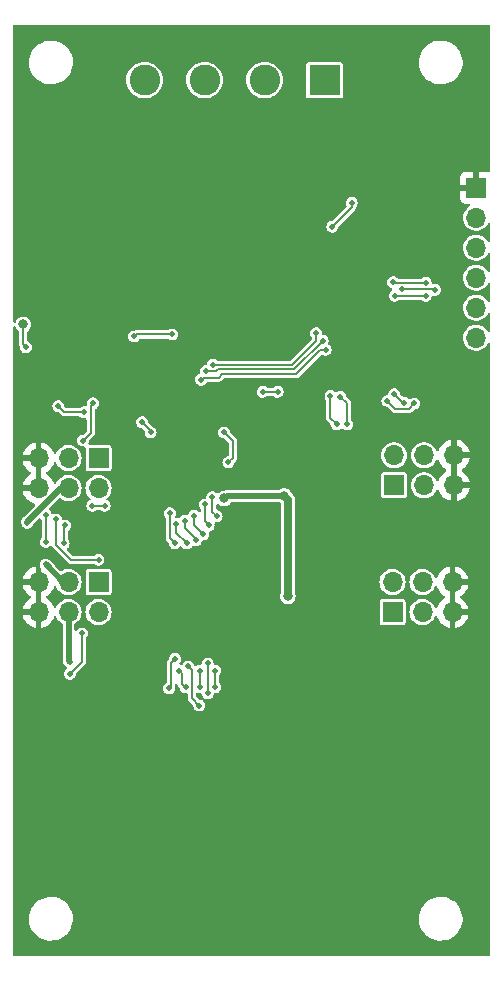
<source format=gbr>
%TF.GenerationSoftware,KiCad,Pcbnew,7.0.7*%
%TF.CreationDate,2024-01-29T23:44:09+01:00*%
%TF.ProjectId,OS-servoDriver,4f532d73-6572-4766-9f44-72697665722e,rev?*%
%TF.SameCoordinates,Original*%
%TF.FileFunction,Copper,L2,Bot*%
%TF.FilePolarity,Positive*%
%FSLAX46Y46*%
G04 Gerber Fmt 4.6, Leading zero omitted, Abs format (unit mm)*
G04 Created by KiCad (PCBNEW 7.0.7) date 2024-01-29 23:44:09*
%MOMM*%
%LPD*%
G01*
G04 APERTURE LIST*
%TA.AperFunction,ComponentPad*%
%ADD10R,1.700000X1.700000*%
%TD*%
%TA.AperFunction,ComponentPad*%
%ADD11O,1.700000X1.700000*%
%TD*%
%TA.AperFunction,ComponentPad*%
%ADD12R,2.600000X2.600000*%
%TD*%
%TA.AperFunction,ComponentPad*%
%ADD13C,2.600000*%
%TD*%
%TA.AperFunction,ViaPad*%
%ADD14C,0.500000*%
%TD*%
%TA.AperFunction,ViaPad*%
%ADD15C,0.800000*%
%TD*%
%TA.AperFunction,Conductor*%
%ADD16C,0.200000*%
%TD*%
%TA.AperFunction,Conductor*%
%ADD17C,0.700000*%
%TD*%
%TA.AperFunction,Conductor*%
%ADD18C,0.500000*%
%TD*%
G04 APERTURE END LIST*
D10*
%TO.P,J801,1,Pin_1*%
%TO.N,/atmega/bus2.pin1*%
X132920000Y-146540000D03*
D11*
%TO.P,J801,2,Pin_2*%
%TO.N,/atmega/bus2.pin2*%
X132920000Y-144000000D03*
%TO.P,J801,3,Pin_3*%
%TO.N,+5VA*%
X135460000Y-146540000D03*
%TO.P,J801,4,Pin_4*%
X135460000Y-144000000D03*
%TO.P,J801,5,Pin_5*%
%TO.N,GND*%
X138000000Y-146540000D03*
%TO.P,J801,6,Pin_6*%
X138000000Y-144000000D03*
%TD*%
D10*
%TO.P,J1001,1,Pin_1*%
%TO.N,/atmega/bus4.pin1*%
X108025000Y-133500000D03*
D11*
%TO.P,J1001,2,Pin_2*%
%TO.N,/atmega/bus4.pin2*%
X108025000Y-136040000D03*
%TO.P,J1001,3,Pin_3*%
%TO.N,+5VA*%
X105485000Y-133500000D03*
%TO.P,J1001,4,Pin_4*%
X105485000Y-136040000D03*
%TO.P,J1001,5,Pin_5*%
%TO.N,GND*%
X102945000Y-133500000D03*
%TO.P,J1001,6,Pin_6*%
X102945000Y-136040000D03*
%TD*%
D10*
%TO.P,J701,1,Pin_1*%
%TO.N,/atmega/bus1.pin1*%
X133047000Y-135809000D03*
D11*
%TO.P,J701,2,Pin_2*%
%TO.N,/atmega/bus1.pin2*%
X133047000Y-133269000D03*
%TO.P,J701,3,Pin_3*%
%TO.N,+5VA*%
X135587000Y-135809000D03*
%TO.P,J701,4,Pin_4*%
X135587000Y-133269000D03*
%TO.P,J701,5,Pin_5*%
%TO.N,GND*%
X138127000Y-135809000D03*
%TO.P,J701,6,Pin_6*%
X138127000Y-133269000D03*
%TD*%
D10*
%TO.P,J901,1,Pin_1*%
%TO.N,/atmega/bus3.pin1*%
X108025000Y-144000000D03*
D11*
%TO.P,J901,2,Pin_2*%
%TO.N,/atmega/bus3.pin2*%
X108025000Y-146540000D03*
%TO.P,J901,3,Pin_3*%
%TO.N,+5VA*%
X105485000Y-144000000D03*
%TO.P,J901,4,Pin_4*%
X105485000Y-146540000D03*
%TO.P,J901,5,Pin_5*%
%TO.N,GND*%
X102945000Y-144000000D03*
%TO.P,J901,6,Pin_6*%
X102945000Y-146540000D03*
%TD*%
D10*
%TO.P,J201,1,Pin_1*%
%TO.N,GND*%
X140000000Y-110615805D03*
D11*
%TO.P,J201,2,Pin_2*%
%TO.N,+5V*%
X140000000Y-113155805D03*
%TO.P,J201,3,Pin_3*%
%TO.N,/atmega/LED*%
X140000000Y-115695805D03*
%TO.P,J201,4,Pin_4*%
%TO.N,/atmega/MISO*%
X140000000Y-118235805D03*
%TO.P,J201,5,Pin_5*%
%TO.N,/atmega/MOSI*%
X140000000Y-120775805D03*
%TO.P,J201,6,Pin_6*%
%TO.N,/atmega/reset*%
X140000000Y-123315805D03*
%TD*%
D12*
%TO.P,J101,1,Pin_1*%
%TO.N,/DCC/DCC_B*%
X127160000Y-101500000D03*
D13*
%TO.P,J101,2,Pin_2*%
%TO.N,/DCC/DCC_A*%
X122080000Y-101500000D03*
%TO.P,J101,3,Pin_3*%
%TO.N,/D_bridge/AC_2*%
X117000000Y-101500000D03*
%TO.P,J101,4,Pin_4*%
%TO.N,/D_bridge/AC_1*%
X111920000Y-101500000D03*
%TD*%
D14*
%TO.N,GND*%
X102919000Y-107964000D03*
D15*
X122285500Y-147493000D03*
D14*
X119556000Y-130062000D03*
X110285000Y-136920000D03*
X116635000Y-175020000D03*
D15*
X126857500Y-142032000D03*
D14*
X122223000Y-115838000D03*
X106475000Y-116600000D03*
X113968000Y-136412000D03*
X125525000Y-105424000D03*
X103935000Y-111901000D03*
X110158000Y-133745000D03*
X111301000Y-105170000D03*
X117651000Y-121299000D03*
X129921000Y-152908000D03*
X108126000Y-112155000D03*
X104570000Y-113933000D03*
X120699000Y-138063000D03*
X103935000Y-107837000D03*
X101141000Y-138444000D03*
D15*
X105158000Y-118730000D03*
D14*
X119302000Y-117108000D03*
X138987000Y-151398000D03*
X106602000Y-104408000D03*
X117397000Y-104027000D03*
X108253000Y-107202000D03*
X112063000Y-112028000D03*
X113206000Y-138063000D03*
X110666000Y-166511000D03*
X137336000Y-111266000D03*
X113333000Y-141111000D03*
X112571000Y-132602000D03*
X120523000Y-127254000D03*
X125017000Y-98058000D03*
X104570000Y-114822000D03*
X138606000Y-113425000D03*
X123239000Y-124474000D03*
X104062000Y-151144000D03*
X129540000Y-128143000D03*
X138606000Y-154700000D03*
X123698000Y-114173000D03*
X106348000Y-111901000D03*
D15*
X127365500Y-145080000D03*
D14*
X109396000Y-140984000D03*
X101903000Y-149112000D03*
X110285000Y-148096000D03*
X109777000Y-98439000D03*
X114476000Y-147588000D03*
X133477000Y-150495000D03*
X120523000Y-109601000D03*
X123874000Y-166638000D03*
X112571000Y-166511000D03*
X104697000Y-116219000D03*
X134542000Y-166638000D03*
X125652000Y-119394000D03*
D15*
X107063000Y-118603000D03*
D14*
X121715000Y-138317000D03*
X110031000Y-131967000D03*
X129970000Y-166384000D03*
X101522000Y-142254000D03*
D15*
X126476500Y-135555000D03*
D14*
X127684000Y-126252000D03*
X117475000Y-127762000D03*
X104443000Y-97423000D03*
X109650000Y-138444000D03*
X136906000Y-155843000D03*
X113587000Y-151144000D03*
X101903000Y-116219000D03*
X135636000Y-157861000D03*
X126541000Y-114187000D03*
X133858000Y-165100000D03*
X114222000Y-132221000D03*
D15*
X112651000Y-118603000D03*
D14*
X107618000Y-151144000D03*
X121461000Y-137555000D03*
D15*
X137184000Y-115646000D03*
D14*
X101522000Y-111901000D03*
X101395000Y-107964000D03*
X116508000Y-129935000D03*
X108507000Y-116727000D03*
D15*
X103126000Y-120127000D03*
X122412500Y-142032000D03*
D14*
X108507000Y-102757000D03*
X128651000Y-127508000D03*
D15*
X126857500Y-140000000D03*
D14*
X138479000Y-105932000D03*
X121080000Y-161304000D03*
X101268000Y-119902000D03*
D15*
X121396500Y-145461000D03*
D14*
X125144000Y-174385000D03*
X118999000Y-160528000D03*
X102665000Y-111901000D03*
X112063000Y-138444000D03*
X112698000Y-135015000D03*
X139114000Y-167527000D03*
X129921000Y-132969000D03*
X117094000Y-155956000D03*
D15*
X123603695Y-118169000D03*
D14*
X112698000Y-115711000D03*
X125779000Y-108853000D03*
X132334000Y-154813000D03*
X124460000Y-123952000D03*
X109474000Y-163957000D03*
X112571000Y-107964000D03*
X126541000Y-117870000D03*
D15*
X122968695Y-122995000D03*
D14*
X114095000Y-143143000D03*
X102411000Y-167273000D03*
D15*
X122412500Y-140000000D03*
D14*
X114300000Y-156718000D03*
X123825000Y-160020000D03*
X122936000Y-132715000D03*
X125476000Y-162179000D03*
X117348000Y-162306000D03*
X109904000Y-143651000D03*
D15*
X111000000Y-120000000D03*
D14*
X139622000Y-125871000D03*
X117524000Y-98185000D03*
X139241000Y-162955000D03*
X119429000Y-104662000D03*
X114857000Y-133491000D03*
D15*
X125333500Y-134158000D03*
D14*
X115365000Y-117235000D03*
X125095000Y-130937000D03*
X115111000Y-105424000D03*
X113079000Y-164860000D03*
X102792000Y-103900000D03*
X101268000Y-118505000D03*
X121412000Y-132715000D03*
X138733000Y-159272000D03*
X117270000Y-108726000D03*
X117489959Y-158869973D03*
D15*
X121571695Y-120074000D03*
D14*
X103173000Y-116219000D03*
D15*
X107063000Y-120000000D03*
X135787000Y-113487000D03*
D14*
X138352000Y-138063000D03*
D15*
X127619500Y-143810000D03*
D14*
X130937000Y-146685000D03*
X138098000Y-141873000D03*
D15*
X122412500Y-141016000D03*
D14*
X101522000Y-163209000D03*
X114349000Y-175020000D03*
X115111000Y-120791000D03*
X130683000Y-165114000D03*
X106983000Y-166130000D03*
X114095000Y-102376000D03*
X114554000Y-154051000D03*
X119253000Y-127381000D03*
X131494000Y-160288000D03*
X132129000Y-99328000D03*
X133018000Y-174639000D03*
D15*
X111000000Y-118349000D03*
D14*
X110158000Y-116854000D03*
X130302000Y-138557000D03*
D15*
X126857500Y-141016000D03*
D14*
X102538000Y-152922000D03*
X116762000Y-114695000D03*
X122731000Y-104154000D03*
X138352000Y-130824000D03*
%TO.N,+5V*%
X129460000Y-111901000D03*
X127828500Y-113919000D03*
X106635000Y-148350000D03*
X106795736Y-129620736D03*
X108544500Y-137555000D03*
X105078000Y-140730000D03*
X133073944Y-128085944D03*
X105205000Y-139206000D03*
X105599378Y-151765622D03*
X107505500Y-137555000D03*
X101882122Y-124107122D03*
X133914556Y-128799556D03*
X104627438Y-129103438D03*
D15*
X101649000Y-122188000D03*
%TO.N,VCC*%
X118667000Y-136920000D03*
X124063500Y-145207000D03*
X123739450Y-136699550D03*
D14*
%TO.N,+5VA*%
X105586000Y-150763000D03*
X101996378Y-138985622D03*
X103545500Y-142508000D03*
%TO.N,/atmega/LED*%
X111719578Y-130480578D03*
X114500000Y-150500000D03*
X127254000Y-124333000D03*
X135726500Y-118661500D03*
X114000000Y-153000000D03*
X114069906Y-138183727D03*
X112433190Y-131321190D03*
X116705444Y-126865444D03*
X132969000Y-118618000D03*
X114476000Y-140699500D03*
%TO.N,/atmega/reset*%
X123190000Y-127889000D03*
X134772056Y-128879944D03*
X121920000Y-127889000D03*
X132484944Y-128674944D03*
%TO.N,/atmega/sw1*%
X115492000Y-140730000D03*
X114857000Y-151492500D03*
X115400500Y-152922000D03*
X114603000Y-139079000D03*
%TO.N,/atmega/sw2*%
X115619000Y-151144000D03*
X116254000Y-140476000D03*
X115365000Y-138825000D03*
X116560750Y-154457250D03*
%TO.N,/atmega/sw3*%
X116635000Y-151492500D03*
X116635000Y-152891500D03*
X116889000Y-139968000D03*
X116076878Y-138393878D03*
%TO.N,/atmega/sw4*%
X118667000Y-131332000D03*
X117355500Y-139206000D03*
X117270000Y-153430000D03*
X119028290Y-133868992D03*
X117270000Y-150890000D03*
X117016000Y-137428000D03*
%TO.N,/atmega/sw5*%
X118018622Y-138430622D03*
X117905000Y-151492500D03*
X117905000Y-152891500D03*
X117664378Y-136806378D03*
%TO.N,/atmega/MOSI*%
X135726500Y-119761000D03*
X126450500Y-122936000D03*
X133096000Y-119761000D03*
X117729000Y-125595444D03*
%TO.N,/atmega/MISO*%
X117094000Y-126144944D03*
X127000000Y-123571000D03*
X136525000Y-119253000D03*
X133731000Y-119211500D03*
%TO.N,/atmega/bus2.pin1*%
X128192000Y-130649500D03*
X127665694Y-128239306D03*
%TO.N,/atmega/bus2.pin2*%
X129081000Y-130649500D03*
X128498750Y-128295250D03*
%TO.N,/atmega/bus3.pin1*%
X104443000Y-138698000D03*
X108025000Y-142127000D03*
%TO.N,/atmega/bus3.pin2*%
X111047000Y-123204000D03*
X103554000Y-138317000D03*
X114277972Y-123035500D03*
X103554000Y-140603000D03*
%TO.N,/atmega/bus4.pin2*%
X106729000Y-132022000D03*
X107557736Y-128858736D03*
%TD*%
D16*
%TO.N,+5V*%
X107505500Y-137555000D02*
X108544500Y-137555000D01*
X101882122Y-124107122D02*
X101649000Y-123874000D01*
X129460000Y-112287500D02*
X129460000Y-111901000D01*
X127828500Y-113919000D02*
X129460000Y-112287500D01*
X106635000Y-148350000D02*
X106635000Y-150730000D01*
X106795736Y-129620736D02*
X105144736Y-129620736D01*
X101649000Y-123874000D02*
X101649000Y-122188000D01*
X105144736Y-129620736D02*
X104627438Y-129103438D01*
X133787556Y-128799556D02*
X133073944Y-128085944D01*
X106635000Y-150730000D02*
X105599378Y-151765622D01*
X105078000Y-140730000D02*
X105078000Y-139333000D01*
X105078000Y-139333000D02*
X105205000Y-139206000D01*
X133914556Y-128799556D02*
X133787556Y-128799556D01*
D17*
%TO.N,VCC*%
X124063500Y-137023600D02*
X123739450Y-136699550D01*
X124063500Y-145207000D02*
X124063500Y-137023600D01*
D18*
X118887450Y-136699550D02*
X118667000Y-136920000D01*
X123739450Y-136699550D02*
X118887450Y-136699550D01*
%TO.N,+5VA*%
X105485000Y-150662000D02*
X105586000Y-150763000D01*
X105485000Y-146540000D02*
X105485000Y-150662000D01*
X101996378Y-138884672D02*
X101996378Y-138985622D01*
X105485000Y-136040000D02*
X104841050Y-136040000D01*
X105485000Y-144000000D02*
X105037500Y-144000000D01*
X104841050Y-136040000D02*
X101996378Y-138884672D01*
X105037500Y-144000000D02*
X103545500Y-142508000D01*
D16*
%TO.N,/atmega/LED*%
X114137000Y-152863000D02*
X114137000Y-150863000D01*
X119888000Y-126395444D02*
X124757060Y-126395444D01*
X116705444Y-126865444D02*
X116875944Y-126694944D01*
X116875944Y-126694944D02*
X117321818Y-126694944D01*
X135726500Y-118661500D02*
X133012500Y-118661500D01*
X114476000Y-140699500D02*
X114053000Y-140276500D01*
X112433190Y-131321190D02*
X112433190Y-131194190D01*
X124757060Y-126395444D02*
X125703252Y-125449252D01*
X114137000Y-150863000D02*
X114500000Y-150500000D01*
X114000000Y-153000000D02*
X114137000Y-152863000D01*
X117321818Y-126694944D02*
X118191500Y-126694944D01*
X133012500Y-118661500D02*
X132969000Y-118618000D01*
X118191500Y-126694944D02*
X118491000Y-126395444D01*
X112433190Y-131194190D02*
X111719578Y-130480578D01*
X126819504Y-124333000D02*
X127254000Y-124333000D01*
X119603556Y-126395444D02*
X119888000Y-126395444D01*
X118491000Y-126395444D02*
X119603556Y-126395444D01*
X114053000Y-138200633D02*
X114069906Y-138183727D01*
X114053000Y-140276500D02*
X114053000Y-138200633D01*
X125703252Y-125449252D02*
X126819504Y-124333000D01*
%TO.N,/atmega/reset*%
X121920000Y-127889000D02*
X123190000Y-127889000D01*
X133159556Y-129349556D02*
X134302444Y-129349556D01*
X134302444Y-129349556D02*
X134772056Y-128879944D01*
X132484944Y-128674944D02*
X133159556Y-129349556D01*
%TO.N,/atmega/sw1*%
X114857000Y-151492500D02*
X115069000Y-151704500D01*
X115069000Y-151704500D02*
X115069000Y-152590500D01*
X114603000Y-139841000D02*
X115492000Y-140730000D01*
X115069000Y-152590500D02*
X115400500Y-152922000D01*
X114603000Y-139079000D02*
X114603000Y-139841000D01*
%TO.N,/atmega/sw2*%
X116254000Y-140349000D02*
X115365000Y-139460000D01*
X115365000Y-139460000D02*
X115365000Y-138825000D01*
X115950000Y-153846500D02*
X115950000Y-151475000D01*
X115950000Y-151475000D02*
X115619000Y-151144000D01*
X116560750Y-154457250D02*
X115950000Y-153846500D01*
%TO.N,/atmega/sw3*%
X116635000Y-152891500D02*
X116635000Y-151492500D01*
X116889000Y-139968000D02*
X116076878Y-139155878D01*
X116076878Y-139155878D02*
X116076878Y-138393878D01*
%TO.N,/atmega/sw4*%
X119429000Y-132094000D02*
X119429000Y-133468282D01*
X117016000Y-138866500D02*
X117355500Y-139206000D01*
X117016000Y-137428000D02*
X117016000Y-138866500D01*
X118667000Y-131332000D02*
X119429000Y-132094000D01*
X117270000Y-150890000D02*
X117270000Y-153430000D01*
X119429000Y-133468282D02*
X119028290Y-133868992D01*
%TO.N,/atmega/sw5*%
X117905000Y-152891500D02*
X117905000Y-151492500D01*
X117664378Y-138076378D02*
X117664378Y-136806378D01*
X118018622Y-138430622D02*
X117664378Y-138076378D01*
%TO.N,/atmega/MOSI*%
X124425688Y-125595444D02*
X117729000Y-125595444D01*
X126450500Y-122936000D02*
X126450500Y-123570632D01*
X126450500Y-123570632D02*
X124425688Y-125595444D01*
X133096000Y-119761000D02*
X135726500Y-119761000D01*
%TO.N,/atmega/MISO*%
X124591374Y-125995444D02*
X127000000Y-123586818D01*
X136483000Y-119211000D02*
X136525000Y-119253000D01*
X127000000Y-123586818D02*
X127000000Y-123571000D01*
X117957318Y-126144944D02*
X118106818Y-125995444D01*
X133731000Y-119211500D02*
X133731500Y-119211000D01*
X133731500Y-119211000D02*
X136483000Y-119211000D01*
X117094000Y-126144944D02*
X117957318Y-126144944D01*
X118106818Y-125995444D02*
X124591374Y-125995444D01*
%TO.N,/atmega/bus2.pin1*%
X127665694Y-130123194D02*
X128192000Y-130649500D01*
X127665694Y-128239306D02*
X127665694Y-130123194D01*
%TO.N,/atmega/bus2.pin2*%
X129081000Y-128877500D02*
X129081000Y-130649500D01*
X128498750Y-128295250D02*
X129081000Y-128877500D01*
%TO.N,/atmega/bus3.pin1*%
X105697182Y-142127000D02*
X104443000Y-140872818D01*
X104443000Y-140872818D02*
X104443000Y-138698000D01*
X108025000Y-142127000D02*
X105697182Y-142127000D01*
%TO.N,/atmega/bus3.pin2*%
X114277972Y-123035500D02*
X111215500Y-123035500D01*
X111215500Y-123035500D02*
X111047000Y-123204000D01*
X103554000Y-138317000D02*
X103554000Y-140603000D01*
%TO.N,/atmega/bus4.pin2*%
X107364000Y-131387000D02*
X106729000Y-132022000D01*
X107557736Y-128858736D02*
X107364000Y-129052472D01*
X107364000Y-129052472D02*
X107364000Y-131387000D01*
%TD*%
%TA.AperFunction,Conductor*%
%TO.N,GND*%
G36*
X103122512Y-144499507D02*
G01*
X103175315Y-144545262D01*
X103195000Y-144612301D01*
X103195000Y-145927698D01*
X103175315Y-145994737D01*
X103122511Y-146040492D01*
X103053355Y-146050436D01*
X102980766Y-146040000D01*
X102980763Y-146040000D01*
X102909237Y-146040000D01*
X102909233Y-146040000D01*
X102836645Y-146050436D01*
X102767487Y-146040492D01*
X102714684Y-145994736D01*
X102695000Y-145927698D01*
X102695000Y-144612301D01*
X102714685Y-144545262D01*
X102767489Y-144499507D01*
X102836647Y-144489563D01*
X102909237Y-144500000D01*
X102909238Y-144500000D01*
X102980762Y-144500000D01*
X102980763Y-144500000D01*
X103053353Y-144489563D01*
X103122512Y-144499507D01*
G37*
%TD.AperFunction*%
%TA.AperFunction,Conductor*%
G36*
X138177512Y-144499507D02*
G01*
X138230315Y-144545262D01*
X138250000Y-144612301D01*
X138250000Y-145927698D01*
X138230315Y-145994737D01*
X138177511Y-146040492D01*
X138108355Y-146050436D01*
X138035766Y-146040000D01*
X138035763Y-146040000D01*
X137964237Y-146040000D01*
X137964233Y-146040000D01*
X137891645Y-146050436D01*
X137822487Y-146040492D01*
X137769684Y-145994736D01*
X137750000Y-145927698D01*
X137750000Y-144612301D01*
X137769685Y-144545262D01*
X137822489Y-144499507D01*
X137891647Y-144489563D01*
X137964237Y-144500000D01*
X137964238Y-144500000D01*
X138035762Y-144500000D01*
X138035763Y-144500000D01*
X138108353Y-144489563D01*
X138177512Y-144499507D01*
G37*
%TD.AperFunction*%
%TA.AperFunction,Conductor*%
G36*
X103122512Y-133999507D02*
G01*
X103175315Y-134045262D01*
X103195000Y-134112301D01*
X103195000Y-135427698D01*
X103175315Y-135494737D01*
X103122511Y-135540492D01*
X103053355Y-135550436D01*
X102980766Y-135540000D01*
X102980763Y-135540000D01*
X102909237Y-135540000D01*
X102909233Y-135540000D01*
X102836645Y-135550436D01*
X102767487Y-135540492D01*
X102714684Y-135494736D01*
X102695000Y-135427698D01*
X102695000Y-134112301D01*
X102714685Y-134045262D01*
X102767489Y-133999507D01*
X102836647Y-133989563D01*
X102909237Y-134000000D01*
X102909238Y-134000000D01*
X102980762Y-134000000D01*
X102980763Y-134000000D01*
X103053353Y-133989563D01*
X103122512Y-133999507D01*
G37*
%TD.AperFunction*%
%TA.AperFunction,Conductor*%
G36*
X138304512Y-133768507D02*
G01*
X138357315Y-133814262D01*
X138377000Y-133881301D01*
X138377000Y-135196698D01*
X138357315Y-135263737D01*
X138304511Y-135309492D01*
X138235355Y-135319436D01*
X138162766Y-135309000D01*
X138162763Y-135309000D01*
X138091237Y-135309000D01*
X138091233Y-135309000D01*
X138018645Y-135319436D01*
X137949487Y-135309492D01*
X137896684Y-135263736D01*
X137877000Y-135196698D01*
X137877000Y-133881301D01*
X137896685Y-133814262D01*
X137949489Y-133768507D01*
X138018647Y-133758563D01*
X138091237Y-133769000D01*
X138091238Y-133769000D01*
X138162762Y-133769000D01*
X138162763Y-133769000D01*
X138235353Y-133758563D01*
X138304512Y-133768507D01*
G37*
%TD.AperFunction*%
%TA.AperFunction,Conductor*%
G36*
X141142539Y-96820185D02*
G01*
X141188294Y-96872989D01*
X141199500Y-96924500D01*
X141199500Y-109183920D01*
X141179815Y-109250959D01*
X141127011Y-109296714D01*
X141057853Y-109306658D01*
X141032167Y-109300102D01*
X140957379Y-109272208D01*
X140957372Y-109272206D01*
X140897844Y-109265805D01*
X140250000Y-109265805D01*
X140250000Y-110003503D01*
X140230315Y-110070542D01*
X140177511Y-110116297D01*
X140108355Y-110126241D01*
X140035766Y-110115805D01*
X140035763Y-110115805D01*
X139964237Y-110115805D01*
X139964233Y-110115805D01*
X139891645Y-110126241D01*
X139822487Y-110116297D01*
X139769684Y-110070541D01*
X139750000Y-110003503D01*
X139750000Y-109265805D01*
X139102155Y-109265805D01*
X139042627Y-109272206D01*
X139042620Y-109272208D01*
X138907913Y-109322450D01*
X138907906Y-109322454D01*
X138792812Y-109408614D01*
X138792809Y-109408617D01*
X138706649Y-109523711D01*
X138706645Y-109523718D01*
X138656403Y-109658425D01*
X138656401Y-109658432D01*
X138650000Y-109717960D01*
X138650000Y-110365805D01*
X139386653Y-110365805D01*
X139453692Y-110385490D01*
X139499447Y-110438294D01*
X139509391Y-110507452D01*
X139505631Y-110524738D01*
X139500000Y-110543916D01*
X139500000Y-110687693D01*
X139505631Y-110706872D01*
X139505630Y-110776741D01*
X139467855Y-110835519D01*
X139404299Y-110864543D01*
X139386653Y-110865805D01*
X138650000Y-110865805D01*
X138650000Y-111513649D01*
X138656401Y-111573177D01*
X138656403Y-111573184D01*
X138706645Y-111707891D01*
X138706649Y-111707898D01*
X138792809Y-111822992D01*
X138792812Y-111822995D01*
X138907906Y-111909155D01*
X138907913Y-111909159D01*
X139042620Y-111959401D01*
X139042627Y-111959403D01*
X139102155Y-111965804D01*
X139102172Y-111965805D01*
X139395612Y-111965805D01*
X139462651Y-111985490D01*
X139508406Y-112038294D01*
X139518350Y-112107452D01*
X139489325Y-112171008D01*
X139460889Y-112195232D01*
X139333960Y-112273822D01*
X139333958Y-112273824D01*
X139183237Y-112411223D01*
X139060327Y-112573983D01*
X138969422Y-112756544D01*
X138969417Y-112756557D01*
X138913602Y-112952722D01*
X138894785Y-113155804D01*
X138894785Y-113155805D01*
X138913602Y-113358887D01*
X138969417Y-113555052D01*
X138969422Y-113555065D01*
X139060327Y-113737626D01*
X139183237Y-113900386D01*
X139333958Y-114037785D01*
X139333960Y-114037787D01*
X139372187Y-114061456D01*
X139507363Y-114145153D01*
X139697544Y-114218829D01*
X139898024Y-114256305D01*
X139898026Y-114256305D01*
X140101974Y-114256305D01*
X140101976Y-114256305D01*
X140302456Y-114218829D01*
X140492637Y-114145153D01*
X140666041Y-114037786D01*
X140816764Y-113900384D01*
X140939673Y-113737626D01*
X140964499Y-113687767D01*
X141012002Y-113636530D01*
X141079665Y-113619108D01*
X141146006Y-113641033D01*
X141189961Y-113695344D01*
X141199500Y-113743038D01*
X141199500Y-115108571D01*
X141179815Y-115175610D01*
X141127011Y-115221365D01*
X141057853Y-115231309D01*
X140994297Y-115202284D01*
X140964500Y-115163843D01*
X140954839Y-115144441D01*
X140939673Y-115113984D01*
X140816764Y-114951226D01*
X140816762Y-114951223D01*
X140666041Y-114813824D01*
X140666039Y-114813822D01*
X140492642Y-114706460D01*
X140492635Y-114706456D01*
X140397546Y-114669618D01*
X140302456Y-114632781D01*
X140101976Y-114595305D01*
X139898024Y-114595305D01*
X139697544Y-114632781D01*
X139697541Y-114632781D01*
X139697541Y-114632782D01*
X139507364Y-114706456D01*
X139507357Y-114706460D01*
X139333960Y-114813822D01*
X139333958Y-114813824D01*
X139183237Y-114951223D01*
X139060327Y-115113983D01*
X138969422Y-115296544D01*
X138969417Y-115296557D01*
X138913602Y-115492722D01*
X138894785Y-115695804D01*
X138894785Y-115695805D01*
X138913602Y-115898887D01*
X138969417Y-116095052D01*
X138969422Y-116095065D01*
X139060327Y-116277626D01*
X139183237Y-116440386D01*
X139333958Y-116577785D01*
X139333960Y-116577787D01*
X139433141Y-116639197D01*
X139507363Y-116685153D01*
X139697544Y-116758829D01*
X139898024Y-116796305D01*
X139898026Y-116796305D01*
X140101974Y-116796305D01*
X140101976Y-116796305D01*
X140302456Y-116758829D01*
X140492637Y-116685153D01*
X140666041Y-116577786D01*
X140816764Y-116440384D01*
X140939673Y-116277626D01*
X140964499Y-116227767D01*
X141012002Y-116176530D01*
X141079665Y-116159108D01*
X141146006Y-116181033D01*
X141189961Y-116235344D01*
X141199500Y-116283038D01*
X141199500Y-117648571D01*
X141179815Y-117715610D01*
X141127011Y-117761365D01*
X141057853Y-117771309D01*
X140994297Y-117742284D01*
X140964500Y-117703843D01*
X140954839Y-117684441D01*
X140939673Y-117653984D01*
X140816764Y-117491226D01*
X140816762Y-117491223D01*
X140666041Y-117353824D01*
X140666039Y-117353822D01*
X140492642Y-117246460D01*
X140492635Y-117246456D01*
X140397546Y-117209619D01*
X140302456Y-117172781D01*
X140101976Y-117135305D01*
X139898024Y-117135305D01*
X139697544Y-117172781D01*
X139697541Y-117172781D01*
X139697541Y-117172782D01*
X139507364Y-117246456D01*
X139507357Y-117246460D01*
X139333960Y-117353822D01*
X139333958Y-117353824D01*
X139183237Y-117491223D01*
X139060327Y-117653983D01*
X138969422Y-117836544D01*
X138969417Y-117836557D01*
X138913602Y-118032722D01*
X138894785Y-118235804D01*
X138894785Y-118235805D01*
X138913602Y-118438887D01*
X138969417Y-118635052D01*
X138969422Y-118635065D01*
X139060327Y-118817626D01*
X139183237Y-118980386D01*
X139333958Y-119117785D01*
X139333960Y-119117787D01*
X139335112Y-119118500D01*
X139507363Y-119225153D01*
X139697544Y-119298829D01*
X139898024Y-119336305D01*
X139898026Y-119336305D01*
X140101974Y-119336305D01*
X140101976Y-119336305D01*
X140302456Y-119298829D01*
X140492637Y-119225153D01*
X140666041Y-119117786D01*
X140816764Y-118980384D01*
X140939673Y-118817626D01*
X140963025Y-118770729D01*
X140964500Y-118767767D01*
X141012002Y-118716530D01*
X141079665Y-118699108D01*
X141146006Y-118721033D01*
X141189961Y-118775344D01*
X141199500Y-118823038D01*
X141199500Y-120188571D01*
X141179815Y-120255610D01*
X141127011Y-120301365D01*
X141057853Y-120311309D01*
X140994297Y-120282284D01*
X140964500Y-120243843D01*
X140953102Y-120220953D01*
X140939673Y-120193984D01*
X140816764Y-120031226D01*
X140816762Y-120031223D01*
X140666041Y-119893824D01*
X140666039Y-119893822D01*
X140492642Y-119786460D01*
X140492635Y-119786456D01*
X140351777Y-119731888D01*
X140302456Y-119712781D01*
X140101976Y-119675305D01*
X139898024Y-119675305D01*
X139697544Y-119712781D01*
X139697541Y-119712781D01*
X139697541Y-119712782D01*
X139507364Y-119786456D01*
X139507357Y-119786460D01*
X139333960Y-119893822D01*
X139333958Y-119893824D01*
X139183237Y-120031223D01*
X139060327Y-120193983D01*
X138969422Y-120376544D01*
X138969417Y-120376557D01*
X138913602Y-120572722D01*
X138894785Y-120775804D01*
X138894785Y-120775805D01*
X138913602Y-120978887D01*
X138969417Y-121175052D01*
X138969422Y-121175065D01*
X139060327Y-121357626D01*
X139183237Y-121520386D01*
X139333958Y-121657785D01*
X139333960Y-121657787D01*
X139433141Y-121719197D01*
X139507363Y-121765153D01*
X139697544Y-121838829D01*
X139898024Y-121876305D01*
X139898026Y-121876305D01*
X140101974Y-121876305D01*
X140101976Y-121876305D01*
X140302456Y-121838829D01*
X140492637Y-121765153D01*
X140666041Y-121657786D01*
X140816764Y-121520384D01*
X140939673Y-121357626D01*
X140964499Y-121307767D01*
X141012002Y-121256530D01*
X141079665Y-121239108D01*
X141146006Y-121261033D01*
X141189961Y-121315344D01*
X141199500Y-121363038D01*
X141199500Y-122728571D01*
X141179815Y-122795610D01*
X141127011Y-122841365D01*
X141057853Y-122851309D01*
X140994297Y-122822284D01*
X140964500Y-122783843D01*
X140953686Y-122762126D01*
X140939673Y-122733984D01*
X140816764Y-122571226D01*
X140816762Y-122571223D01*
X140666041Y-122433824D01*
X140666039Y-122433822D01*
X140492642Y-122326460D01*
X140492635Y-122326456D01*
X140397546Y-122289619D01*
X140302456Y-122252781D01*
X140101976Y-122215305D01*
X139898024Y-122215305D01*
X139697544Y-122252781D01*
X139697541Y-122252781D01*
X139697541Y-122252782D01*
X139507364Y-122326456D01*
X139507357Y-122326460D01*
X139333960Y-122433822D01*
X139333958Y-122433824D01*
X139183237Y-122571223D01*
X139060327Y-122733983D01*
X138969422Y-122916544D01*
X138969417Y-122916557D01*
X138913602Y-123112722D01*
X138894785Y-123315804D01*
X138894785Y-123315805D01*
X138913602Y-123518887D01*
X138969417Y-123715052D01*
X138969422Y-123715065D01*
X139060327Y-123897626D01*
X139183237Y-124060386D01*
X139333958Y-124197785D01*
X139333960Y-124197787D01*
X139417606Y-124249578D01*
X139507363Y-124305153D01*
X139697544Y-124378829D01*
X139898024Y-124416305D01*
X139898026Y-124416305D01*
X140101974Y-124416305D01*
X140101976Y-124416305D01*
X140302456Y-124378829D01*
X140492637Y-124305153D01*
X140666041Y-124197786D01*
X140816764Y-124060384D01*
X140939673Y-123897626D01*
X140958465Y-123859885D01*
X140964500Y-123847767D01*
X141012002Y-123796530D01*
X141079665Y-123779108D01*
X141146006Y-123801033D01*
X141189961Y-123855344D01*
X141199500Y-123903038D01*
X141199500Y-175575500D01*
X141179815Y-175642539D01*
X141127011Y-175688294D01*
X141075500Y-175699500D01*
X100924500Y-175699500D01*
X100857461Y-175679815D01*
X100811706Y-175627011D01*
X100800500Y-175575500D01*
X100800500Y-172567763D01*
X102145787Y-172567763D01*
X102175413Y-172837013D01*
X102175415Y-172837024D01*
X102243926Y-173099082D01*
X102243928Y-173099088D01*
X102349870Y-173348390D01*
X102421998Y-173466575D01*
X102490979Y-173579605D01*
X102490986Y-173579615D01*
X102664253Y-173787819D01*
X102664259Y-173787824D01*
X102865998Y-173968582D01*
X103091910Y-174118044D01*
X103337176Y-174233020D01*
X103337183Y-174233022D01*
X103337185Y-174233023D01*
X103596557Y-174311057D01*
X103596564Y-174311058D01*
X103596569Y-174311060D01*
X103864561Y-174350500D01*
X103864566Y-174350500D01*
X104067636Y-174350500D01*
X104119133Y-174346730D01*
X104270156Y-174335677D01*
X104382758Y-174310593D01*
X104534546Y-174276782D01*
X104534548Y-174276781D01*
X104534553Y-174276780D01*
X104787558Y-174180014D01*
X105023777Y-174047441D01*
X105238177Y-173881888D01*
X105426186Y-173686881D01*
X105583799Y-173466579D01*
X105657787Y-173322669D01*
X105707649Y-173225690D01*
X105707651Y-173225684D01*
X105707656Y-173225675D01*
X105795118Y-172969305D01*
X105844319Y-172702933D01*
X105849259Y-172567763D01*
X135145787Y-172567763D01*
X135175413Y-172837013D01*
X135175415Y-172837024D01*
X135243926Y-173099082D01*
X135243928Y-173099088D01*
X135349870Y-173348390D01*
X135421998Y-173466575D01*
X135490979Y-173579605D01*
X135490986Y-173579615D01*
X135664253Y-173787819D01*
X135664259Y-173787824D01*
X135865998Y-173968582D01*
X136091910Y-174118044D01*
X136337176Y-174233020D01*
X136337183Y-174233022D01*
X136337185Y-174233023D01*
X136596557Y-174311057D01*
X136596564Y-174311058D01*
X136596569Y-174311060D01*
X136864561Y-174350500D01*
X136864566Y-174350500D01*
X137067636Y-174350500D01*
X137119133Y-174346730D01*
X137270156Y-174335677D01*
X137382758Y-174310593D01*
X137534546Y-174276782D01*
X137534548Y-174276781D01*
X137534553Y-174276780D01*
X137787558Y-174180014D01*
X138023777Y-174047441D01*
X138238177Y-173881888D01*
X138426186Y-173686881D01*
X138583799Y-173466579D01*
X138657787Y-173322669D01*
X138707649Y-173225690D01*
X138707651Y-173225684D01*
X138707656Y-173225675D01*
X138795118Y-172969305D01*
X138844319Y-172702933D01*
X138854212Y-172432235D01*
X138824586Y-172162982D01*
X138756072Y-171900912D01*
X138650130Y-171651610D01*
X138509018Y-171420390D01*
X138419747Y-171313119D01*
X138335746Y-171212180D01*
X138335740Y-171212175D01*
X138134002Y-171031418D01*
X137908092Y-170881957D01*
X137908090Y-170881956D01*
X137662824Y-170766980D01*
X137662819Y-170766978D01*
X137662814Y-170766976D01*
X137403442Y-170688942D01*
X137403428Y-170688939D01*
X137287791Y-170671921D01*
X137135439Y-170649500D01*
X136932369Y-170649500D01*
X136932364Y-170649500D01*
X136729844Y-170664323D01*
X136729831Y-170664325D01*
X136465453Y-170723217D01*
X136465446Y-170723220D01*
X136212439Y-170819987D01*
X135976226Y-170952557D01*
X135761822Y-171118112D01*
X135573822Y-171313109D01*
X135573816Y-171313116D01*
X135416202Y-171533419D01*
X135416199Y-171533424D01*
X135292350Y-171774309D01*
X135292343Y-171774327D01*
X135204884Y-172030685D01*
X135204881Y-172030699D01*
X135155681Y-172297068D01*
X135155680Y-172297075D01*
X135145787Y-172567763D01*
X105849259Y-172567763D01*
X105854212Y-172432235D01*
X105824586Y-172162982D01*
X105756072Y-171900912D01*
X105650130Y-171651610D01*
X105509018Y-171420390D01*
X105419747Y-171313119D01*
X105335746Y-171212180D01*
X105335740Y-171212175D01*
X105134002Y-171031418D01*
X104908092Y-170881957D01*
X104908090Y-170881956D01*
X104662824Y-170766980D01*
X104662819Y-170766978D01*
X104662814Y-170766976D01*
X104403442Y-170688942D01*
X104403428Y-170688939D01*
X104287791Y-170671921D01*
X104135439Y-170649500D01*
X103932369Y-170649500D01*
X103932364Y-170649500D01*
X103729844Y-170664323D01*
X103729831Y-170664325D01*
X103465453Y-170723217D01*
X103465446Y-170723220D01*
X103212439Y-170819987D01*
X102976226Y-170952557D01*
X102761822Y-171118112D01*
X102573822Y-171313109D01*
X102573816Y-171313116D01*
X102416202Y-171533419D01*
X102416199Y-171533424D01*
X102292350Y-171774309D01*
X102292343Y-171774327D01*
X102204884Y-172030685D01*
X102204881Y-172030699D01*
X102155681Y-172297068D01*
X102155680Y-172297075D01*
X102145787Y-172567763D01*
X100800500Y-172567763D01*
X100800500Y-153000000D01*
X113494353Y-153000000D01*
X113514834Y-153142456D01*
X113525071Y-153164871D01*
X113574623Y-153273373D01*
X113668872Y-153382143D01*
X113789947Y-153459953D01*
X113789950Y-153459954D01*
X113789949Y-153459954D01*
X113860115Y-153480556D01*
X113920730Y-153498354D01*
X113928036Y-153500499D01*
X113928038Y-153500500D01*
X113928039Y-153500500D01*
X114071962Y-153500500D01*
X114071962Y-153500499D01*
X114210053Y-153459953D01*
X114331128Y-153382143D01*
X114425377Y-153273373D01*
X114485165Y-153142457D01*
X114505647Y-153000000D01*
X114488990Y-152884159D01*
X114488415Y-152877927D01*
X114487500Y-152855769D01*
X114487499Y-152733717D01*
X114507185Y-152666678D01*
X114559989Y-152620923D01*
X114629147Y-152610979D01*
X114692703Y-152640004D01*
X114721253Y-152684246D01*
X114724029Y-152682897D01*
X114725734Y-152686403D01*
X114728619Y-152693388D01*
X114730285Y-152698242D01*
X114730345Y-152698334D01*
X114730525Y-152698941D01*
X114732908Y-152705881D01*
X114757295Y-152750944D01*
X114779801Y-152796983D01*
X114784065Y-152802955D01*
X114788580Y-152808756D01*
X114826276Y-152843459D01*
X114863995Y-152881178D01*
X114897480Y-152942501D01*
X114899052Y-152951211D01*
X114915334Y-153064456D01*
X114950956Y-153142456D01*
X114975123Y-153195373D01*
X115069372Y-153304143D01*
X115190447Y-153381953D01*
X115190450Y-153381954D01*
X115190449Y-153381954D01*
X115328536Y-153422499D01*
X115328538Y-153422500D01*
X115475500Y-153422500D01*
X115542539Y-153442185D01*
X115588294Y-153494989D01*
X115599500Y-153546500D01*
X115599500Y-153797288D01*
X115596861Y-153822732D01*
X115594957Y-153831811D01*
X115594957Y-153831817D01*
X115599023Y-153864437D01*
X115599500Y-153872114D01*
X115599500Y-153875538D01*
X115603087Y-153897041D01*
X115609427Y-153947893D01*
X115611520Y-153954926D01*
X115613908Y-153961881D01*
X115638295Y-154006944D01*
X115660801Y-154052983D01*
X115665065Y-154058955D01*
X115669580Y-154064756D01*
X115707275Y-154099458D01*
X116024245Y-154416427D01*
X116057730Y-154477750D01*
X116059302Y-154486460D01*
X116075584Y-154599706D01*
X116135372Y-154730621D01*
X116135373Y-154730623D01*
X116229622Y-154839393D01*
X116350697Y-154917203D01*
X116350700Y-154917204D01*
X116350699Y-154917204D01*
X116488786Y-154957749D01*
X116488788Y-154957750D01*
X116488789Y-154957750D01*
X116632712Y-154957750D01*
X116632712Y-154957749D01*
X116770803Y-154917203D01*
X116891878Y-154839393D01*
X116986127Y-154730623D01*
X117045915Y-154599707D01*
X117066397Y-154457250D01*
X117045915Y-154314793D01*
X116986127Y-154183877D01*
X116891878Y-154075107D01*
X116891876Y-154075105D01*
X116886070Y-154068405D01*
X116887200Y-154067425D01*
X116860617Y-154026053D01*
X116805559Y-154018134D01*
X116790037Y-154009658D01*
X116770801Y-153997295D01*
X116632713Y-153956750D01*
X116632711Y-153956750D01*
X116607294Y-153956750D01*
X116540255Y-153937065D01*
X116519613Y-153920431D01*
X116336819Y-153737637D01*
X116303334Y-153676314D01*
X116300500Y-153649956D01*
X116300500Y-153480556D01*
X116320185Y-153413517D01*
X116372989Y-153367762D01*
X116442147Y-153357818D01*
X116459428Y-153361577D01*
X116497411Y-153372730D01*
X116563038Y-153392000D01*
X116651443Y-153392000D01*
X116718482Y-153411685D01*
X116764237Y-153464489D01*
X116774180Y-153498352D01*
X116776849Y-153516916D01*
X116784834Y-153572456D01*
X116844622Y-153703371D01*
X116844623Y-153703373D01*
X116938872Y-153812143D01*
X116938873Y-153812143D01*
X116944680Y-153818845D01*
X116943548Y-153819825D01*
X116970131Y-153861194D01*
X117025192Y-153869115D01*
X117040701Y-153877584D01*
X117059947Y-153889953D01*
X117084087Y-153897041D01*
X117198036Y-153930499D01*
X117198038Y-153930500D01*
X117198039Y-153930500D01*
X117341962Y-153930500D01*
X117341962Y-153930499D01*
X117480053Y-153889953D01*
X117601128Y-153812143D01*
X117695377Y-153703373D01*
X117755165Y-153572457D01*
X117765819Y-153498353D01*
X117794843Y-153434798D01*
X117853621Y-153397023D01*
X117888557Y-153392000D01*
X117976962Y-153392000D01*
X117976962Y-153391999D01*
X118115053Y-153351453D01*
X118236128Y-153273643D01*
X118330377Y-153164873D01*
X118390165Y-153033957D01*
X118410647Y-152891500D01*
X118390165Y-152749043D01*
X118330377Y-152618127D01*
X118330375Y-152618125D01*
X118330374Y-152618122D01*
X118285786Y-152566665D01*
X118256761Y-152503110D01*
X118255500Y-152485476D01*
X118255500Y-151898534D01*
X118275185Y-151831495D01*
X118285782Y-151817337D01*
X118330377Y-151765873D01*
X118390165Y-151634957D01*
X118410647Y-151492500D01*
X118390165Y-151350043D01*
X118330377Y-151219127D01*
X118236128Y-151110357D01*
X118115053Y-151032547D01*
X118115051Y-151032546D01*
X118115049Y-151032545D01*
X118115050Y-151032545D01*
X117976963Y-150992000D01*
X117976961Y-150992000D01*
X117897759Y-150992000D01*
X117830720Y-150972315D01*
X117784965Y-150919511D01*
X117775021Y-150885647D01*
X117772861Y-150870627D01*
X117755165Y-150747543D01*
X117695377Y-150616627D01*
X117601128Y-150507857D01*
X117480053Y-150430047D01*
X117480051Y-150430046D01*
X117480049Y-150430045D01*
X117480050Y-150430045D01*
X117341963Y-150389500D01*
X117341961Y-150389500D01*
X117198039Y-150389500D01*
X117198036Y-150389500D01*
X117059949Y-150430045D01*
X116938873Y-150507856D01*
X116844623Y-150616626D01*
X116844622Y-150616628D01*
X116784834Y-150747543D01*
X116764979Y-150885647D01*
X116735954Y-150949202D01*
X116677176Y-150986977D01*
X116642241Y-150992000D01*
X116563036Y-150992000D01*
X116424949Y-151032545D01*
X116297696Y-151114325D01*
X116230656Y-151134009D01*
X116163617Y-151114324D01*
X116117862Y-151061520D01*
X116107919Y-151027654D01*
X116105119Y-151008182D01*
X116104165Y-151001543D01*
X116044377Y-150870627D01*
X115950128Y-150761857D01*
X115829053Y-150684047D01*
X115829051Y-150684046D01*
X115829049Y-150684045D01*
X115829050Y-150684045D01*
X115690963Y-150643500D01*
X115690961Y-150643500D01*
X115547039Y-150643500D01*
X115547036Y-150643500D01*
X115408949Y-150684045D01*
X115287873Y-150761856D01*
X115193623Y-150870626D01*
X115158088Y-150948436D01*
X115112332Y-151001239D01*
X115045293Y-151020923D01*
X115010359Y-151015900D01*
X114960218Y-151001177D01*
X114901440Y-150963402D01*
X114872415Y-150899846D01*
X114882359Y-150830688D01*
X114901441Y-150800997D01*
X114925374Y-150773377D01*
X114925374Y-150773375D01*
X114925377Y-150773373D01*
X114985165Y-150642457D01*
X115005647Y-150500000D01*
X114985165Y-150357543D01*
X114925377Y-150226627D01*
X114831128Y-150117857D01*
X114710053Y-150040047D01*
X114710051Y-150040046D01*
X114710049Y-150040045D01*
X114710050Y-150040045D01*
X114571963Y-149999500D01*
X114571961Y-149999500D01*
X114428039Y-149999500D01*
X114428036Y-149999500D01*
X114289949Y-150040045D01*
X114168873Y-150117856D01*
X114074623Y-150226626D01*
X114074622Y-150226628D01*
X114014834Y-150357543D01*
X113998552Y-150470788D01*
X113969526Y-150534343D01*
X113963495Y-150540821D01*
X113923955Y-150580361D01*
X113904106Y-150596482D01*
X113896331Y-150601562D01*
X113876143Y-150627498D01*
X113871067Y-150633248D01*
X113868634Y-150635681D01*
X113868623Y-150635694D01*
X113855954Y-150653438D01*
X113824483Y-150693872D01*
X113820975Y-150700353D01*
X113817760Y-150706932D01*
X113803138Y-150756045D01*
X113786498Y-150804516D01*
X113785294Y-150811733D01*
X113784382Y-150819046D01*
X113786500Y-150870230D01*
X113786500Y-152474552D01*
X113766815Y-152541591D01*
X113729540Y-152578867D01*
X113668874Y-152617855D01*
X113668872Y-152617856D01*
X113668872Y-152617857D01*
X113649682Y-152640004D01*
X113574623Y-152726626D01*
X113574622Y-152726628D01*
X113514834Y-152857543D01*
X113494353Y-153000000D01*
X100800500Y-153000000D01*
X100800500Y-146790000D01*
X101614364Y-146790000D01*
X101671567Y-147003486D01*
X101671570Y-147003492D01*
X101771399Y-147217578D01*
X101906894Y-147411082D01*
X102073917Y-147578105D01*
X102267421Y-147713600D01*
X102481507Y-147813429D01*
X102481516Y-147813433D01*
X102695000Y-147870634D01*
X102695000Y-147152301D01*
X102714685Y-147085262D01*
X102767489Y-147039507D01*
X102836647Y-147029563D01*
X102909237Y-147040000D01*
X102909238Y-147040000D01*
X102980762Y-147040000D01*
X102980763Y-147040000D01*
X103053352Y-147029563D01*
X103122510Y-147039507D01*
X103175314Y-147085261D01*
X103194999Y-147152301D01*
X103194999Y-147870633D01*
X103408483Y-147813433D01*
X103408492Y-147813429D01*
X103622578Y-147713600D01*
X103816082Y-147578105D01*
X103983105Y-147411082D01*
X104118600Y-147217578D01*
X104218429Y-147003492D01*
X104218431Y-147003489D01*
X104227406Y-146969992D01*
X104263770Y-146910331D01*
X104326616Y-146879800D01*
X104395992Y-146888094D01*
X104449871Y-146932578D01*
X104458182Y-146946811D01*
X104545327Y-147121821D01*
X104668237Y-147284581D01*
X104818955Y-147421978D01*
X104818957Y-147421979D01*
X104818959Y-147421981D01*
X104925779Y-147488121D01*
X104972413Y-147540146D01*
X104984500Y-147593546D01*
X104984500Y-150594858D01*
X104981667Y-150621206D01*
X104980641Y-150625927D01*
X104980641Y-150625929D01*
X104980641Y-150625930D01*
X104984342Y-150677669D01*
X104984500Y-150682094D01*
X104984500Y-150697799D01*
X104986734Y-150713343D01*
X104987207Y-150717740D01*
X104990909Y-150769485D01*
X104992593Y-150774000D01*
X104999148Y-150799682D01*
X104999834Y-150804455D01*
X104999835Y-150804457D01*
X105021383Y-150851642D01*
X105023071Y-150855716D01*
X105041203Y-150904329D01*
X105044096Y-150908194D01*
X105057617Y-150930983D01*
X105059619Y-150935367D01*
X105059622Y-150935371D01*
X105059623Y-150935373D01*
X105093598Y-150974583D01*
X105096362Y-150978013D01*
X105105775Y-150990588D01*
X105105782Y-150990596D01*
X105116886Y-151001700D01*
X105119896Y-151004932D01*
X105133752Y-151020923D01*
X105153871Y-151044142D01*
X105153874Y-151044145D01*
X105157928Y-151046750D01*
X105178571Y-151063385D01*
X105217901Y-151102715D01*
X105220896Y-151105932D01*
X105245224Y-151134009D01*
X105254871Y-151145142D01*
X105254874Y-151145145D01*
X105284670Y-151164293D01*
X105330426Y-151217096D01*
X105340370Y-151286255D01*
X105311346Y-151349811D01*
X105284674Y-151372923D01*
X105268252Y-151383477D01*
X105174001Y-151492248D01*
X105174000Y-151492250D01*
X105114212Y-151623165D01*
X105093731Y-151765621D01*
X105114212Y-151908078D01*
X105174000Y-152038993D01*
X105174001Y-152038995D01*
X105268250Y-152147765D01*
X105389325Y-152225575D01*
X105389328Y-152225576D01*
X105389327Y-152225576D01*
X105527414Y-152266121D01*
X105527416Y-152266122D01*
X105527417Y-152266122D01*
X105671340Y-152266122D01*
X105671340Y-152266121D01*
X105809431Y-152225575D01*
X105930506Y-152147765D01*
X106024755Y-152038995D01*
X106084543Y-151908079D01*
X106100825Y-151794830D01*
X106129848Y-151731278D01*
X106135867Y-151724813D01*
X106848046Y-151012634D01*
X106867902Y-150996511D01*
X106875669Y-150991437D01*
X106895873Y-150965477D01*
X106900941Y-150959739D01*
X106903376Y-150957306D01*
X106909709Y-150948436D01*
X106916048Y-150939558D01*
X106947513Y-150899131D01*
X106947512Y-150899131D01*
X106947517Y-150899126D01*
X106947519Y-150899119D01*
X106950982Y-150892718D01*
X106951021Y-150892640D01*
X106951063Y-150892561D01*
X106954235Y-150886072D01*
X106954240Y-150886066D01*
X106968861Y-150836954D01*
X106985500Y-150788488D01*
X106985500Y-150788479D01*
X106986706Y-150781258D01*
X106987617Y-150773951D01*
X106985500Y-150722758D01*
X106985500Y-148756035D01*
X107005185Y-148688996D01*
X107015782Y-148674837D01*
X107060377Y-148623373D01*
X107120165Y-148492457D01*
X107140647Y-148350000D01*
X107120165Y-148207543D01*
X107060377Y-148076627D01*
X106966128Y-147967857D01*
X106845053Y-147890047D01*
X106845051Y-147890046D01*
X106845049Y-147890045D01*
X106845050Y-147890045D01*
X106706963Y-147849500D01*
X106706961Y-147849500D01*
X106563039Y-147849500D01*
X106563036Y-147849500D01*
X106424949Y-147890045D01*
X106303873Y-147967856D01*
X106203815Y-148083330D01*
X106201197Y-148081061D01*
X106160885Y-148115914D01*
X106091716Y-148125781D01*
X106028192Y-148096686D01*
X105990483Y-148037866D01*
X105985499Y-148003069D01*
X105985500Y-147593545D01*
X106005185Y-147526506D01*
X106044218Y-147488122D01*
X106151041Y-147421981D01*
X106301764Y-147284579D01*
X106424673Y-147121821D01*
X106515582Y-146939250D01*
X106571397Y-146743083D01*
X106590215Y-146540000D01*
X106919785Y-146540000D01*
X106938602Y-146743082D01*
X106994417Y-146939247D01*
X106994422Y-146939260D01*
X107085327Y-147121821D01*
X107208237Y-147284581D01*
X107358958Y-147421980D01*
X107358960Y-147421982D01*
X107458141Y-147483392D01*
X107532363Y-147529348D01*
X107722544Y-147603024D01*
X107923024Y-147640500D01*
X107923026Y-147640500D01*
X108126974Y-147640500D01*
X108126976Y-147640500D01*
X108327456Y-147603024D01*
X108517637Y-147529348D01*
X108691041Y-147421981D01*
X108699052Y-147414678D01*
X131819500Y-147414678D01*
X131834032Y-147487735D01*
X131834033Y-147487739D01*
X131852405Y-147515234D01*
X131889399Y-147570601D01*
X131972259Y-147625965D01*
X131972260Y-147625966D01*
X131972264Y-147625967D01*
X132045321Y-147640499D01*
X132045324Y-147640500D01*
X132045326Y-147640500D01*
X133794676Y-147640500D01*
X133794677Y-147640499D01*
X133867740Y-147625966D01*
X133950601Y-147570601D01*
X134005966Y-147487740D01*
X134020500Y-147414674D01*
X134020500Y-146540000D01*
X134354785Y-146540000D01*
X134373602Y-146743082D01*
X134429417Y-146939247D01*
X134429422Y-146939260D01*
X134520327Y-147121821D01*
X134643237Y-147284581D01*
X134793958Y-147421980D01*
X134793960Y-147421982D01*
X134893141Y-147483392D01*
X134967363Y-147529348D01*
X135157544Y-147603024D01*
X135358024Y-147640500D01*
X135358026Y-147640500D01*
X135561974Y-147640500D01*
X135561976Y-147640500D01*
X135762456Y-147603024D01*
X135952637Y-147529348D01*
X136126041Y-147421981D01*
X136276764Y-147284579D01*
X136399673Y-147121821D01*
X136461598Y-146997456D01*
X136486817Y-146946812D01*
X136534319Y-146895575D01*
X136601982Y-146878153D01*
X136668323Y-146900078D01*
X136712278Y-146954389D01*
X136717592Y-146969989D01*
X136726567Y-147003485D01*
X136726570Y-147003492D01*
X136826399Y-147217578D01*
X136961894Y-147411082D01*
X137128917Y-147578105D01*
X137322421Y-147713600D01*
X137536507Y-147813429D01*
X137536516Y-147813433D01*
X137750000Y-147870634D01*
X137750000Y-147152301D01*
X137769685Y-147085262D01*
X137822489Y-147039507D01*
X137891647Y-147029563D01*
X137964237Y-147040000D01*
X137964238Y-147040000D01*
X138035762Y-147040000D01*
X138035763Y-147040000D01*
X138108353Y-147029563D01*
X138177512Y-147039507D01*
X138230315Y-147085262D01*
X138250000Y-147152301D01*
X138250000Y-147870633D01*
X138463483Y-147813433D01*
X138463492Y-147813429D01*
X138677578Y-147713600D01*
X138871082Y-147578105D01*
X139038105Y-147411082D01*
X139173600Y-147217578D01*
X139273429Y-147003492D01*
X139273432Y-147003486D01*
X139330636Y-146790000D01*
X138613347Y-146790000D01*
X138546308Y-146770315D01*
X138500553Y-146717511D01*
X138490609Y-146648353D01*
X138494369Y-146631067D01*
X138500000Y-146611888D01*
X138500000Y-146468111D01*
X138494369Y-146448933D01*
X138494370Y-146379064D01*
X138532145Y-146320286D01*
X138595701Y-146291262D01*
X138613347Y-146290000D01*
X139330636Y-146290000D01*
X139330635Y-146289999D01*
X139273432Y-146076513D01*
X139273429Y-146076507D01*
X139173600Y-145862422D01*
X139173599Y-145862420D01*
X139038113Y-145668926D01*
X139038108Y-145668920D01*
X138871082Y-145501894D01*
X138684968Y-145371575D01*
X138641344Y-145316998D01*
X138634151Y-145247499D01*
X138665673Y-145185145D01*
X138684968Y-145168425D01*
X138871082Y-145038105D01*
X139038105Y-144871082D01*
X139173600Y-144677578D01*
X139273429Y-144463492D01*
X139273432Y-144463486D01*
X139330636Y-144250000D01*
X138613347Y-144250000D01*
X138546308Y-144230315D01*
X138500553Y-144177511D01*
X138490609Y-144108353D01*
X138494369Y-144091067D01*
X138500000Y-144071888D01*
X138500000Y-143928111D01*
X138494369Y-143908933D01*
X138494370Y-143839064D01*
X138532145Y-143780286D01*
X138595701Y-143751262D01*
X138613347Y-143750000D01*
X139330636Y-143750000D01*
X139330635Y-143749999D01*
X139273432Y-143536513D01*
X139273429Y-143536507D01*
X139173600Y-143322422D01*
X139173599Y-143322420D01*
X139038113Y-143128926D01*
X139038108Y-143128920D01*
X138871082Y-142961894D01*
X138677578Y-142826399D01*
X138463492Y-142726570D01*
X138463486Y-142726567D01*
X138250000Y-142669364D01*
X138250000Y-143387698D01*
X138230315Y-143454737D01*
X138177511Y-143500492D01*
X138108355Y-143510436D01*
X138035766Y-143500000D01*
X138035763Y-143500000D01*
X137964237Y-143500000D01*
X137964233Y-143500000D01*
X137891645Y-143510436D01*
X137822487Y-143500492D01*
X137769684Y-143454736D01*
X137750000Y-143387698D01*
X137750000Y-142669364D01*
X137749999Y-142669364D01*
X137536513Y-142726567D01*
X137536507Y-142726570D01*
X137322422Y-142826399D01*
X137322420Y-142826400D01*
X137128926Y-142961886D01*
X137128920Y-142961891D01*
X136961891Y-143128920D01*
X136961886Y-143128926D01*
X136826400Y-143322420D01*
X136826399Y-143322422D01*
X136726570Y-143536507D01*
X136726568Y-143536511D01*
X136717592Y-143570011D01*
X136681226Y-143629671D01*
X136618379Y-143660199D01*
X136549003Y-143651904D01*
X136495126Y-143607418D01*
X136486817Y-143593188D01*
X136440415Y-143500000D01*
X136399673Y-143418179D01*
X136276764Y-143255421D01*
X136276762Y-143255418D01*
X136126041Y-143118019D01*
X136126039Y-143118017D01*
X135952642Y-143010655D01*
X135952635Y-143010651D01*
X135826769Y-142961891D01*
X135762456Y-142936976D01*
X135561976Y-142899500D01*
X135358024Y-142899500D01*
X135157544Y-142936976D01*
X135157541Y-142936976D01*
X135157541Y-142936977D01*
X134967364Y-143010651D01*
X134967357Y-143010655D01*
X134793960Y-143118017D01*
X134793958Y-143118019D01*
X134643237Y-143255418D01*
X134520327Y-143418178D01*
X134429422Y-143600739D01*
X134429417Y-143600752D01*
X134373602Y-143796917D01*
X134354785Y-143999999D01*
X134354785Y-144000000D01*
X134373602Y-144203082D01*
X134429417Y-144399247D01*
X134429422Y-144399260D01*
X134520327Y-144581821D01*
X134643237Y-144744581D01*
X134793958Y-144881980D01*
X134793960Y-144881982D01*
X134876724Y-144933227D01*
X134967363Y-144989348D01*
X135157544Y-145063024D01*
X135358024Y-145100500D01*
X135358026Y-145100500D01*
X135561974Y-145100500D01*
X135561976Y-145100500D01*
X135762456Y-145063024D01*
X135952637Y-144989348D01*
X136126041Y-144881981D01*
X136276764Y-144744579D01*
X136399673Y-144581821D01*
X136461598Y-144457456D01*
X136486817Y-144406812D01*
X136534319Y-144355575D01*
X136601982Y-144338153D01*
X136668323Y-144360078D01*
X136712278Y-144414389D01*
X136717592Y-144429989D01*
X136726567Y-144463485D01*
X136726570Y-144463492D01*
X136826399Y-144677578D01*
X136961894Y-144871082D01*
X137128917Y-145038105D01*
X137315031Y-145168425D01*
X137358656Y-145223003D01*
X137365848Y-145292501D01*
X137334326Y-145354856D01*
X137315031Y-145371575D01*
X137128922Y-145501890D01*
X137128920Y-145501891D01*
X136961891Y-145668920D01*
X136961886Y-145668926D01*
X136826400Y-145862420D01*
X136826399Y-145862422D01*
X136726570Y-146076507D01*
X136726568Y-146076511D01*
X136717592Y-146110011D01*
X136681226Y-146169671D01*
X136618379Y-146200199D01*
X136549003Y-146191904D01*
X136495126Y-146147418D01*
X136486817Y-146133188D01*
X136440415Y-146040000D01*
X136399673Y-145958179D01*
X136276764Y-145795421D01*
X136276762Y-145795418D01*
X136126041Y-145658019D01*
X136126039Y-145658017D01*
X135952642Y-145550655D01*
X135952635Y-145550651D01*
X135826767Y-145501890D01*
X135762456Y-145476976D01*
X135561976Y-145439500D01*
X135358024Y-145439500D01*
X135157544Y-145476976D01*
X135157541Y-145476976D01*
X135157541Y-145476977D01*
X134967364Y-145550651D01*
X134967357Y-145550655D01*
X134793960Y-145658017D01*
X134793958Y-145658019D01*
X134643237Y-145795418D01*
X134520327Y-145958178D01*
X134429422Y-146140739D01*
X134429417Y-146140752D01*
X134373602Y-146336917D01*
X134354785Y-146539999D01*
X134354785Y-146540000D01*
X134020500Y-146540000D01*
X134020500Y-145665326D01*
X134020500Y-145665325D01*
X134020500Y-145665323D01*
X134020499Y-145665321D01*
X134005967Y-145592264D01*
X134005966Y-145592260D01*
X134005965Y-145592260D01*
X133950601Y-145509399D01*
X133867740Y-145454034D01*
X133867739Y-145454033D01*
X133867735Y-145454032D01*
X133794677Y-145439500D01*
X133794674Y-145439500D01*
X132045326Y-145439500D01*
X132045323Y-145439500D01*
X131972264Y-145454032D01*
X131972260Y-145454033D01*
X131889399Y-145509399D01*
X131834033Y-145592260D01*
X131834032Y-145592264D01*
X131819500Y-145665321D01*
X131819500Y-147414678D01*
X108699052Y-147414678D01*
X108841764Y-147284579D01*
X108964673Y-147121821D01*
X109055582Y-146939250D01*
X109111397Y-146743083D01*
X109130215Y-146540000D01*
X109111397Y-146336917D01*
X109055582Y-146140750D01*
X109040274Y-146110008D01*
X109005415Y-146040000D01*
X108964673Y-145958179D01*
X108841764Y-145795421D01*
X108841762Y-145795418D01*
X108691041Y-145658019D01*
X108691039Y-145658017D01*
X108517642Y-145550655D01*
X108517635Y-145550651D01*
X108391767Y-145501890D01*
X108327456Y-145476976D01*
X108126976Y-145439500D01*
X107923024Y-145439500D01*
X107722544Y-145476976D01*
X107722541Y-145476976D01*
X107722541Y-145476977D01*
X107532364Y-145550651D01*
X107532357Y-145550655D01*
X107358960Y-145658017D01*
X107358958Y-145658019D01*
X107208237Y-145795418D01*
X107085327Y-145958178D01*
X106994422Y-146140739D01*
X106994417Y-146140752D01*
X106938602Y-146336917D01*
X106919785Y-146539999D01*
X106919785Y-146540000D01*
X106590215Y-146540000D01*
X106571397Y-146336917D01*
X106515582Y-146140750D01*
X106500274Y-146110008D01*
X106465415Y-146040000D01*
X106424673Y-145958179D01*
X106301764Y-145795421D01*
X106301762Y-145795418D01*
X106151041Y-145658019D01*
X106151039Y-145658017D01*
X105977642Y-145550655D01*
X105977635Y-145550651D01*
X105851767Y-145501890D01*
X105787456Y-145476976D01*
X105586976Y-145439500D01*
X105383024Y-145439500D01*
X105182544Y-145476976D01*
X105182541Y-145476976D01*
X105182541Y-145476977D01*
X104992364Y-145550651D01*
X104992357Y-145550655D01*
X104818960Y-145658017D01*
X104818958Y-145658019D01*
X104668237Y-145795418D01*
X104545327Y-145958178D01*
X104458182Y-146133188D01*
X104410679Y-146184425D01*
X104343016Y-146201846D01*
X104276676Y-146179920D01*
X104232721Y-146125609D01*
X104227407Y-146110008D01*
X104218434Y-146076518D01*
X104218429Y-146076507D01*
X104118600Y-145862422D01*
X104118599Y-145862420D01*
X103983113Y-145668926D01*
X103983108Y-145668920D01*
X103816082Y-145501894D01*
X103629968Y-145371575D01*
X103586344Y-145316998D01*
X103579151Y-145247499D01*
X103610673Y-145185145D01*
X103629968Y-145168425D01*
X103816082Y-145038105D01*
X103983105Y-144871082D01*
X104118600Y-144677578D01*
X104218429Y-144463492D01*
X104218431Y-144463489D01*
X104227406Y-144429992D01*
X104263770Y-144370331D01*
X104326616Y-144339800D01*
X104395992Y-144348094D01*
X104449871Y-144392578D01*
X104458182Y-144406811D01*
X104545327Y-144581821D01*
X104668237Y-144744581D01*
X104818958Y-144881980D01*
X104818960Y-144881982D01*
X104901724Y-144933227D01*
X104992363Y-144989348D01*
X105182544Y-145063024D01*
X105383024Y-145100500D01*
X105383026Y-145100500D01*
X105586974Y-145100500D01*
X105586976Y-145100500D01*
X105787456Y-145063024D01*
X105977637Y-144989348D01*
X106151041Y-144881981D01*
X106159052Y-144874678D01*
X106924500Y-144874678D01*
X106939032Y-144947735D01*
X106939033Y-144947739D01*
X106939034Y-144947740D01*
X106994399Y-145030601D01*
X107077260Y-145085965D01*
X107077260Y-145085966D01*
X107077264Y-145085967D01*
X107150321Y-145100499D01*
X107150324Y-145100500D01*
X107150326Y-145100500D01*
X108899676Y-145100500D01*
X108899677Y-145100499D01*
X108972740Y-145085966D01*
X109055601Y-145030601D01*
X109110966Y-144947740D01*
X109125500Y-144874674D01*
X109125500Y-143125326D01*
X109125500Y-143125325D01*
X109125500Y-143125323D01*
X109125499Y-143125321D01*
X109110967Y-143052264D01*
X109110966Y-143052260D01*
X109097160Y-143031598D01*
X109055601Y-142969399D01*
X108972740Y-142914034D01*
X108972739Y-142914033D01*
X108972735Y-142914032D01*
X108899677Y-142899500D01*
X108899674Y-142899500D01*
X107150326Y-142899500D01*
X107150323Y-142899500D01*
X107077264Y-142914032D01*
X107077260Y-142914033D01*
X106994399Y-142969399D01*
X106939033Y-143052260D01*
X106939032Y-143052264D01*
X106924500Y-143125321D01*
X106924500Y-144874678D01*
X106159052Y-144874678D01*
X106301764Y-144744579D01*
X106424673Y-144581821D01*
X106515582Y-144399250D01*
X106571397Y-144203083D01*
X106590215Y-144000000D01*
X106571397Y-143796917D01*
X106515582Y-143600750D01*
X106424673Y-143418179D01*
X106301764Y-143255421D01*
X106301762Y-143255418D01*
X106151041Y-143118019D01*
X106151039Y-143118017D01*
X105977642Y-143010655D01*
X105977635Y-143010651D01*
X105851769Y-142961891D01*
X105787456Y-142936976D01*
X105586976Y-142899500D01*
X105383024Y-142899500D01*
X105182544Y-142936976D01*
X105182541Y-142936976D01*
X105182541Y-142936977D01*
X104992364Y-143010651D01*
X104992354Y-143010656D01*
X104929868Y-143049345D01*
X104862507Y-143067899D01*
X104795809Y-143047090D01*
X104776912Y-143031598D01*
X104360797Y-142615483D01*
X103913597Y-142168283D01*
X103910599Y-142165062D01*
X103876628Y-142125857D01*
X103846703Y-142106625D01*
X103832990Y-142097812D01*
X103829353Y-142095287D01*
X103787831Y-142064204D01*
X103787829Y-142064203D01*
X103783304Y-142062515D01*
X103759612Y-142050655D01*
X103755556Y-142048049D01*
X103755553Y-142048047D01*
X103705770Y-142033429D01*
X103701595Y-142032040D01*
X103652983Y-142013909D01*
X103648171Y-142013564D01*
X103622089Y-142008858D01*
X103617464Y-142007500D01*
X103617461Y-142007500D01*
X103565594Y-142007500D01*
X103561171Y-142007342D01*
X103543583Y-142006084D01*
X103509429Y-142003641D01*
X103509425Y-142003641D01*
X103504715Y-142004666D01*
X103478357Y-142007500D01*
X103473539Y-142007500D01*
X103423776Y-142022109D01*
X103419491Y-142023203D01*
X103368802Y-142034231D01*
X103368789Y-142034236D01*
X103364557Y-142036547D01*
X103340076Y-142046687D01*
X103335447Y-142048047D01*
X103335444Y-142048048D01*
X103291811Y-142076088D01*
X103288007Y-142078345D01*
X103242473Y-142103211D01*
X103239059Y-142106625D01*
X103218438Y-142123243D01*
X103214376Y-142125854D01*
X103214367Y-142125861D01*
X103180399Y-142165062D01*
X103177383Y-142168301D01*
X103140710Y-142204973D01*
X103140707Y-142204979D01*
X103138389Y-142209223D01*
X103123288Y-142230973D01*
X103120124Y-142234625D01*
X103120118Y-142234634D01*
X103098571Y-142281815D01*
X103096590Y-142285773D01*
X103071733Y-142331296D01*
X103070708Y-142336009D01*
X103062339Y-142361155D01*
X103060334Y-142365544D01*
X103052951Y-142416892D01*
X103052165Y-142421246D01*
X103041141Y-142471927D01*
X103041485Y-142476743D01*
X103040539Y-142503221D01*
X103039853Y-142507994D01*
X103039853Y-142508002D01*
X103047234Y-142559345D01*
X103047707Y-142563744D01*
X103051409Y-142615486D01*
X103053093Y-142620000D01*
X103059648Y-142645682D01*
X103060334Y-142650455D01*
X103060335Y-142650457D01*
X103081883Y-142697642D01*
X103083571Y-142701716D01*
X103101703Y-142750329D01*
X103104596Y-142754194D01*
X103118117Y-142776983D01*
X103120119Y-142781367D01*
X103120122Y-142781371D01*
X103120123Y-142781373D01*
X103154098Y-142820583D01*
X103156862Y-142824013D01*
X103168934Y-142840140D01*
X103167607Y-142841133D01*
X103193735Y-142898326D01*
X103194999Y-142915987D01*
X103194999Y-143387698D01*
X103175314Y-143454737D01*
X103122510Y-143500492D01*
X103053353Y-143510436D01*
X102980764Y-143500000D01*
X102980763Y-143500000D01*
X102909237Y-143500000D01*
X102909233Y-143500000D01*
X102836645Y-143510436D01*
X102767487Y-143500492D01*
X102714684Y-143454736D01*
X102695000Y-143387698D01*
X102695000Y-142669364D01*
X102694999Y-142669364D01*
X102481513Y-142726567D01*
X102481507Y-142726570D01*
X102267422Y-142826399D01*
X102267420Y-142826400D01*
X102073926Y-142961886D01*
X102073920Y-142961891D01*
X101906891Y-143128920D01*
X101906886Y-143128926D01*
X101771400Y-143322420D01*
X101771399Y-143322422D01*
X101671570Y-143536507D01*
X101671567Y-143536513D01*
X101614364Y-143749999D01*
X101614364Y-143750000D01*
X102331653Y-143750000D01*
X102398692Y-143769685D01*
X102444447Y-143822489D01*
X102454391Y-143891647D01*
X102450631Y-143908933D01*
X102445000Y-143928111D01*
X102445000Y-144071888D01*
X102450631Y-144091067D01*
X102450630Y-144160936D01*
X102412855Y-144219714D01*
X102349299Y-144248738D01*
X102331653Y-144250000D01*
X101614364Y-144250000D01*
X101671567Y-144463486D01*
X101671570Y-144463492D01*
X101771399Y-144677578D01*
X101906894Y-144871082D01*
X102073917Y-145038105D01*
X102260031Y-145168425D01*
X102303656Y-145223003D01*
X102310848Y-145292501D01*
X102279326Y-145354856D01*
X102260031Y-145371575D01*
X102073922Y-145501890D01*
X102073920Y-145501891D01*
X101906891Y-145668920D01*
X101906886Y-145668926D01*
X101771400Y-145862420D01*
X101771399Y-145862422D01*
X101671570Y-146076507D01*
X101671567Y-146076513D01*
X101614364Y-146289999D01*
X101614364Y-146290000D01*
X102331653Y-146290000D01*
X102398692Y-146309685D01*
X102444447Y-146362489D01*
X102454391Y-146431647D01*
X102450631Y-146448933D01*
X102445000Y-146468111D01*
X102445000Y-146611888D01*
X102450631Y-146631067D01*
X102450630Y-146700936D01*
X102412855Y-146759714D01*
X102349299Y-146788738D01*
X102331653Y-146790000D01*
X101614364Y-146790000D01*
X100800500Y-146790000D01*
X100800500Y-138985622D01*
X101490731Y-138985622D01*
X101511212Y-139128078D01*
X101570214Y-139257271D01*
X101571001Y-139258995D01*
X101665250Y-139367765D01*
X101786325Y-139445575D01*
X101786328Y-139445576D01*
X101786327Y-139445576D01*
X101893485Y-139477039D01*
X101909554Y-139481758D01*
X101924414Y-139486121D01*
X101924416Y-139486122D01*
X101924417Y-139486122D01*
X102068340Y-139486122D01*
X102068340Y-139486121D01*
X102206431Y-139445575D01*
X102327506Y-139367765D01*
X102421755Y-139258995D01*
X102481543Y-139128079D01*
X102485228Y-139120011D01*
X102486328Y-139120513D01*
X102512549Y-139076313D01*
X102974035Y-138614827D01*
X103035356Y-138581344D01*
X103105048Y-138586328D01*
X103155427Y-138621307D01*
X103173212Y-138641832D01*
X103202237Y-138705388D01*
X103203499Y-138723035D01*
X103203500Y-140196963D01*
X103183815Y-140264002D01*
X103173214Y-140278164D01*
X103128625Y-140329623D01*
X103128622Y-140329628D01*
X103068834Y-140460543D01*
X103048353Y-140602999D01*
X103068834Y-140745456D01*
X103126834Y-140872456D01*
X103128623Y-140876373D01*
X103222872Y-140985143D01*
X103343947Y-141062953D01*
X103343950Y-141062954D01*
X103343949Y-141062954D01*
X103482036Y-141103499D01*
X103482038Y-141103500D01*
X103482039Y-141103500D01*
X103625962Y-141103500D01*
X103625962Y-141103499D01*
X103764053Y-141062953D01*
X103885128Y-140985143D01*
X103903203Y-140964282D01*
X103961978Y-140926508D01*
X104031848Y-140926506D01*
X104090627Y-140964279D01*
X104105971Y-140986467D01*
X104106907Y-140988198D01*
X104106908Y-140988199D01*
X104131295Y-141033261D01*
X104131295Y-141033262D01*
X104153801Y-141079301D01*
X104158065Y-141085273D01*
X104162580Y-141091074D01*
X104200275Y-141125776D01*
X105414544Y-142340044D01*
X105430668Y-142359899D01*
X105435745Y-142367669D01*
X105461690Y-142387862D01*
X105467442Y-142392942D01*
X105469875Y-142395375D01*
X105469878Y-142395377D01*
X105469879Y-142395378D01*
X105487616Y-142408040D01*
X105487616Y-142408041D01*
X105528056Y-142439517D01*
X105528058Y-142439517D01*
X105534430Y-142442966D01*
X105534487Y-142442994D01*
X105534560Y-142443033D01*
X105541111Y-142446235D01*
X105541116Y-142446239D01*
X105590215Y-142460856D01*
X105638694Y-142477500D01*
X105638702Y-142477500D01*
X105645887Y-142478699D01*
X105645920Y-142478704D01*
X105645974Y-142478713D01*
X105653228Y-142479617D01*
X105704413Y-142477500D01*
X107611105Y-142477500D01*
X107678144Y-142497185D01*
X107692312Y-142507790D01*
X107693866Y-142509137D01*
X107693872Y-142509143D01*
X107814947Y-142586953D01*
X107814950Y-142586954D01*
X107814949Y-142586954D01*
X107953036Y-142627499D01*
X107953038Y-142627500D01*
X107953039Y-142627500D01*
X108096962Y-142627500D01*
X108096962Y-142627499D01*
X108235053Y-142586953D01*
X108356128Y-142509143D01*
X108450377Y-142400373D01*
X108510165Y-142269457D01*
X108530647Y-142127000D01*
X108510165Y-141984543D01*
X108450377Y-141853627D01*
X108356128Y-141744857D01*
X108235053Y-141667047D01*
X108235051Y-141667046D01*
X108235049Y-141667045D01*
X108235050Y-141667045D01*
X108096963Y-141626500D01*
X108096961Y-141626500D01*
X107953039Y-141626500D01*
X107953036Y-141626500D01*
X107814949Y-141667045D01*
X107693876Y-141744854D01*
X107693874Y-141744855D01*
X107693872Y-141744857D01*
X107693870Y-141744858D01*
X107692312Y-141746210D01*
X107690427Y-141747070D01*
X107686411Y-141749652D01*
X107686039Y-141749074D01*
X107628757Y-141775237D01*
X107611105Y-141776500D01*
X105893726Y-141776500D01*
X105826687Y-141756815D01*
X105806045Y-141740181D01*
X105377234Y-141311370D01*
X105343749Y-141250047D01*
X105348733Y-141180355D01*
X105390605Y-141124422D01*
X105397867Y-141119379D01*
X105409128Y-141112143D01*
X105503377Y-141003373D01*
X105563165Y-140872457D01*
X105583647Y-140730000D01*
X105563165Y-140587543D01*
X105503377Y-140456627D01*
X105503374Y-140456623D01*
X105458786Y-140405164D01*
X105429762Y-140341608D01*
X105428500Y-140323963D01*
X105428500Y-139725020D01*
X105448185Y-139657981D01*
X105485459Y-139620705D01*
X105536128Y-139588143D01*
X105630377Y-139479373D01*
X105690165Y-139348457D01*
X105710647Y-139206000D01*
X105690165Y-139063543D01*
X105630377Y-138932627D01*
X105536128Y-138823857D01*
X105415053Y-138746047D01*
X105415051Y-138746046D01*
X105415049Y-138746045D01*
X105415050Y-138746045D01*
X105276963Y-138705500D01*
X105276961Y-138705500D01*
X105133039Y-138705500D01*
X105133038Y-138705500D01*
X105094455Y-138716828D01*
X105024585Y-138716826D01*
X104965808Y-138679051D01*
X104936785Y-138615497D01*
X104928165Y-138555543D01*
X104919393Y-138536335D01*
X104868377Y-138424627D01*
X104774128Y-138315857D01*
X104653053Y-138238047D01*
X104653051Y-138238046D01*
X104653049Y-138238045D01*
X104653050Y-138238045D01*
X104514963Y-138197500D01*
X104514961Y-138197500D01*
X104371039Y-138197500D01*
X104371036Y-138197500D01*
X104232949Y-138238045D01*
X104232944Y-138238047D01*
X104224958Y-138243180D01*
X104157918Y-138262862D01*
X104090879Y-138243175D01*
X104045127Y-138190369D01*
X104042649Y-138183727D01*
X113564259Y-138183727D01*
X113584740Y-138326183D01*
X113644528Y-138457098D01*
X113644531Y-138457104D01*
X113672212Y-138489049D01*
X113701237Y-138552604D01*
X113702499Y-138570251D01*
X113702500Y-140227288D01*
X113699861Y-140252732D01*
X113697957Y-140261811D01*
X113697957Y-140261817D01*
X113702023Y-140294437D01*
X113702500Y-140302114D01*
X113702500Y-140305538D01*
X113706087Y-140327041D01*
X113712427Y-140377893D01*
X113714520Y-140384926D01*
X113716908Y-140391881D01*
X113741295Y-140436944D01*
X113763801Y-140482983D01*
X113768065Y-140488955D01*
X113772580Y-140494756D01*
X113810275Y-140529458D01*
X113939495Y-140658678D01*
X113972980Y-140720001D01*
X113974552Y-140728711D01*
X113990834Y-140841956D01*
X114036261Y-140941426D01*
X114050623Y-140972873D01*
X114144872Y-141081643D01*
X114265947Y-141159453D01*
X114265950Y-141159454D01*
X114265949Y-141159454D01*
X114404036Y-141199999D01*
X114404038Y-141200000D01*
X114404039Y-141200000D01*
X114547962Y-141200000D01*
X114547962Y-141199999D01*
X114686053Y-141159453D01*
X114807128Y-141081643D01*
X114877074Y-141000919D01*
X114935849Y-140963147D01*
X115005719Y-140963147D01*
X115064497Y-141000920D01*
X115064498Y-141000921D01*
X115066623Y-141003373D01*
X115160872Y-141112143D01*
X115281947Y-141189953D01*
X115281950Y-141189954D01*
X115281949Y-141189954D01*
X115420036Y-141230499D01*
X115420038Y-141230500D01*
X115420039Y-141230500D01*
X115563962Y-141230500D01*
X115563962Y-141230499D01*
X115702053Y-141189953D01*
X115823128Y-141112143D01*
X115917377Y-141003373D01*
X115917380Y-141003365D01*
X115922169Y-140995915D01*
X115924697Y-140997539D01*
X115960589Y-140956101D01*
X116027625Y-140936403D01*
X116062584Y-140941426D01*
X116165595Y-140971671D01*
X116174243Y-140974211D01*
X116182036Y-140976499D01*
X116182038Y-140976500D01*
X116182039Y-140976500D01*
X116325962Y-140976500D01*
X116325962Y-140976499D01*
X116433121Y-140945035D01*
X116464050Y-140935954D01*
X116464050Y-140935953D01*
X116464053Y-140935953D01*
X116585128Y-140858143D01*
X116679377Y-140749373D01*
X116739165Y-140618457D01*
X116745434Y-140574853D01*
X116774458Y-140511298D01*
X116833236Y-140473523D01*
X116868172Y-140468500D01*
X116960962Y-140468500D01*
X116960962Y-140468499D01*
X117099053Y-140427953D01*
X117220128Y-140350143D01*
X117314377Y-140241373D01*
X117374165Y-140110457D01*
X117394647Y-139968000D01*
X117375192Y-139832688D01*
X117385136Y-139763532D01*
X117430890Y-139710728D01*
X117462996Y-139696066D01*
X117565550Y-139665954D01*
X117565550Y-139665953D01*
X117565553Y-139665953D01*
X117686628Y-139588143D01*
X117780877Y-139479373D01*
X117840665Y-139348457D01*
X117861147Y-139206000D01*
X117861147Y-139205999D01*
X117841992Y-139072768D01*
X117851936Y-139003610D01*
X117897691Y-138950806D01*
X117964730Y-138931122D01*
X118090584Y-138931122D01*
X118090584Y-138931121D01*
X118228675Y-138890575D01*
X118349750Y-138812765D01*
X118443999Y-138703995D01*
X118503787Y-138573079D01*
X118524269Y-138430622D01*
X118503787Y-138288165D01*
X118443999Y-138157249D01*
X118349750Y-138048479D01*
X118297584Y-138014954D01*
X118228673Y-137970667D01*
X118103943Y-137934044D01*
X118045165Y-137896270D01*
X118016140Y-137832714D01*
X118014878Y-137815067D01*
X118014878Y-137683227D01*
X118014878Y-137486842D01*
X118034561Y-137419807D01*
X118087365Y-137374052D01*
X118156524Y-137364108D01*
X118220079Y-137393133D01*
X118221103Y-137394030D01*
X118294759Y-137459283D01*
X118294761Y-137459284D01*
X118434634Y-137532696D01*
X118588014Y-137570500D01*
X118588015Y-137570500D01*
X118745985Y-137570500D01*
X118899365Y-137532696D01*
X118899365Y-137532695D01*
X119039240Y-137459283D01*
X119157483Y-137354530D01*
X119227142Y-137253610D01*
X119281426Y-137209620D01*
X119329193Y-137200050D01*
X123276406Y-137200050D01*
X123343445Y-137219735D01*
X123358629Y-137231231D01*
X123367210Y-137238833D01*
X123396625Y-137254271D01*
X123446838Y-137302856D01*
X123463000Y-137364068D01*
X123463000Y-144933227D01*
X123454942Y-144977198D01*
X123427263Y-145050181D01*
X123408222Y-145206999D01*
X123408222Y-145207000D01*
X123427262Y-145363818D01*
X123461477Y-145454033D01*
X123483280Y-145511523D01*
X123573017Y-145641530D01*
X123691260Y-145746283D01*
X123691262Y-145746284D01*
X123831134Y-145819696D01*
X123984514Y-145857500D01*
X123984515Y-145857500D01*
X124142485Y-145857500D01*
X124295865Y-145819696D01*
X124295865Y-145819695D01*
X124435740Y-145746283D01*
X124553983Y-145641530D01*
X124643720Y-145511523D01*
X124699737Y-145363818D01*
X124718778Y-145207000D01*
X124699737Y-145050182D01*
X124699736Y-145050179D01*
X124699736Y-145050177D01*
X124672058Y-144977199D01*
X124664000Y-144933232D01*
X124664000Y-144000000D01*
X131814785Y-144000000D01*
X131833602Y-144203082D01*
X131889417Y-144399247D01*
X131889422Y-144399260D01*
X131980327Y-144581821D01*
X132103237Y-144744581D01*
X132253958Y-144881980D01*
X132253960Y-144881982D01*
X132336724Y-144933227D01*
X132427363Y-144989348D01*
X132617544Y-145063024D01*
X132818024Y-145100500D01*
X132818026Y-145100500D01*
X133021974Y-145100500D01*
X133021976Y-145100500D01*
X133222456Y-145063024D01*
X133412637Y-144989348D01*
X133586041Y-144881981D01*
X133736764Y-144744579D01*
X133859673Y-144581821D01*
X133950582Y-144399250D01*
X134006397Y-144203083D01*
X134025215Y-144000000D01*
X134006397Y-143796917D01*
X133950582Y-143600750D01*
X133859673Y-143418179D01*
X133736764Y-143255421D01*
X133736762Y-143255418D01*
X133586041Y-143118019D01*
X133586039Y-143118017D01*
X133412642Y-143010655D01*
X133412635Y-143010651D01*
X133286769Y-142961891D01*
X133222456Y-142936976D01*
X133021976Y-142899500D01*
X132818024Y-142899500D01*
X132617544Y-142936976D01*
X132617541Y-142936976D01*
X132617541Y-142936977D01*
X132427364Y-143010651D01*
X132427357Y-143010655D01*
X132253960Y-143118017D01*
X132253958Y-143118019D01*
X132103237Y-143255418D01*
X131980327Y-143418178D01*
X131889422Y-143600739D01*
X131889417Y-143600752D01*
X131833602Y-143796917D01*
X131814785Y-143999999D01*
X131814785Y-144000000D01*
X124664000Y-144000000D01*
X124664000Y-137067027D01*
X124664531Y-137058926D01*
X124669182Y-137023599D01*
X124669182Y-137023598D01*
X124648544Y-136866839D01*
X124648544Y-136866838D01*
X124588036Y-136720759D01*
X124565199Y-136690997D01*
X124559583Y-136683678D01*
X131946500Y-136683678D01*
X131961032Y-136756735D01*
X131961033Y-136756739D01*
X131961034Y-136756740D01*
X132016399Y-136839601D01*
X132094077Y-136891503D01*
X132099260Y-136894966D01*
X132099264Y-136894967D01*
X132172321Y-136909499D01*
X132172324Y-136909500D01*
X132172326Y-136909500D01*
X133921676Y-136909500D01*
X133921677Y-136909499D01*
X133994740Y-136894966D01*
X134077601Y-136839601D01*
X134132966Y-136756740D01*
X134147500Y-136683674D01*
X134147500Y-135809000D01*
X134481785Y-135809000D01*
X134500602Y-136012082D01*
X134556417Y-136208247D01*
X134556422Y-136208260D01*
X134647327Y-136390821D01*
X134770237Y-136553581D01*
X134920958Y-136690980D01*
X134920960Y-136690982D01*
X134969052Y-136720759D01*
X135094363Y-136798348D01*
X135284544Y-136872024D01*
X135485024Y-136909500D01*
X135485026Y-136909500D01*
X135688974Y-136909500D01*
X135688976Y-136909500D01*
X135889456Y-136872024D01*
X136079637Y-136798348D01*
X136253041Y-136690981D01*
X136403764Y-136553579D01*
X136526673Y-136390821D01*
X136596871Y-136249844D01*
X136613817Y-136215812D01*
X136661319Y-136164575D01*
X136728982Y-136147153D01*
X136795323Y-136169078D01*
X136839278Y-136223389D01*
X136844592Y-136238989D01*
X136853567Y-136272485D01*
X136853570Y-136272492D01*
X136953399Y-136486578D01*
X137088894Y-136680082D01*
X137255917Y-136847105D01*
X137449421Y-136982600D01*
X137663507Y-137082429D01*
X137663516Y-137082433D01*
X137877000Y-137139634D01*
X137877000Y-136421301D01*
X137896685Y-136354262D01*
X137949489Y-136308507D01*
X138018647Y-136298563D01*
X138091237Y-136309000D01*
X138091238Y-136309000D01*
X138162762Y-136309000D01*
X138162763Y-136309000D01*
X138235353Y-136298563D01*
X138304512Y-136308507D01*
X138357315Y-136354262D01*
X138377000Y-136421301D01*
X138377000Y-137139633D01*
X138590483Y-137082433D01*
X138590492Y-137082429D01*
X138804578Y-136982600D01*
X138998082Y-136847105D01*
X139165105Y-136680082D01*
X139300600Y-136486578D01*
X139400429Y-136272492D01*
X139400432Y-136272486D01*
X139457636Y-136059000D01*
X138740347Y-136059000D01*
X138673308Y-136039315D01*
X138627553Y-135986511D01*
X138617609Y-135917353D01*
X138621369Y-135900067D01*
X138627000Y-135880888D01*
X138627000Y-135737111D01*
X138621369Y-135717933D01*
X138621370Y-135648064D01*
X138659145Y-135589286D01*
X138722701Y-135560262D01*
X138740347Y-135559000D01*
X139457636Y-135559000D01*
X139457635Y-135558999D01*
X139400432Y-135345513D01*
X139400429Y-135345507D01*
X139300600Y-135131422D01*
X139300599Y-135131420D01*
X139165113Y-134937926D01*
X139165108Y-134937920D01*
X138998082Y-134770894D01*
X138811968Y-134640575D01*
X138768344Y-134585998D01*
X138761151Y-134516499D01*
X138792673Y-134454145D01*
X138811968Y-134437425D01*
X138998082Y-134307105D01*
X139165105Y-134140082D01*
X139300600Y-133946578D01*
X139400429Y-133732492D01*
X139400432Y-133732486D01*
X139457636Y-133519000D01*
X138740347Y-133519000D01*
X138673308Y-133499315D01*
X138627553Y-133446511D01*
X138617609Y-133377353D01*
X138621369Y-133360067D01*
X138627000Y-133340888D01*
X138627000Y-133197111D01*
X138621369Y-133177933D01*
X138621370Y-133108064D01*
X138659145Y-133049286D01*
X138722701Y-133020262D01*
X138740347Y-133019000D01*
X139457636Y-133019000D01*
X139457635Y-133018999D01*
X139400432Y-132805513D01*
X139400429Y-132805507D01*
X139300600Y-132591422D01*
X139300599Y-132591420D01*
X139165113Y-132397926D01*
X139165108Y-132397920D01*
X138998082Y-132230894D01*
X138804578Y-132095399D01*
X138590492Y-131995570D01*
X138590486Y-131995567D01*
X138377000Y-131938364D01*
X138377000Y-132656698D01*
X138357315Y-132723737D01*
X138304511Y-132769492D01*
X138235355Y-132779436D01*
X138162766Y-132769000D01*
X138162763Y-132769000D01*
X138091237Y-132769000D01*
X138091233Y-132769000D01*
X138018645Y-132779436D01*
X137949487Y-132769492D01*
X137896684Y-132723736D01*
X137877000Y-132656698D01*
X137877000Y-131938364D01*
X137876999Y-131938364D01*
X137663513Y-131995567D01*
X137663507Y-131995570D01*
X137449422Y-132095399D01*
X137449420Y-132095400D01*
X137255926Y-132230886D01*
X137255920Y-132230891D01*
X137088891Y-132397920D01*
X137088886Y-132397926D01*
X136953400Y-132591420D01*
X136953399Y-132591422D01*
X136853570Y-132805507D01*
X136853568Y-132805511D01*
X136844592Y-132839011D01*
X136808226Y-132898671D01*
X136745379Y-132929199D01*
X136676003Y-132920904D01*
X136622126Y-132876418D01*
X136613817Y-132862188D01*
X136560652Y-132755418D01*
X136526673Y-132687179D01*
X136403764Y-132524421D01*
X136403762Y-132524418D01*
X136253041Y-132387019D01*
X136253039Y-132387017D01*
X136079642Y-132279655D01*
X136079635Y-132279651D01*
X135953769Y-132230891D01*
X135889456Y-132205976D01*
X135688976Y-132168500D01*
X135485024Y-132168500D01*
X135284544Y-132205976D01*
X135284541Y-132205976D01*
X135284541Y-132205977D01*
X135094364Y-132279651D01*
X135094357Y-132279655D01*
X134920960Y-132387017D01*
X134920958Y-132387019D01*
X134770237Y-132524418D01*
X134647327Y-132687178D01*
X134556422Y-132869739D01*
X134556417Y-132869752D01*
X134500602Y-133065917D01*
X134481785Y-133268999D01*
X134481785Y-133269000D01*
X134500602Y-133472082D01*
X134556417Y-133668247D01*
X134556422Y-133668260D01*
X134647327Y-133850821D01*
X134770237Y-134013581D01*
X134878529Y-134112301D01*
X134911505Y-134142363D01*
X134920958Y-134150980D01*
X134920960Y-134150982D01*
X135020141Y-134212392D01*
X135094363Y-134258348D01*
X135284544Y-134332024D01*
X135485024Y-134369500D01*
X135485026Y-134369500D01*
X135688974Y-134369500D01*
X135688976Y-134369500D01*
X135889456Y-134332024D01*
X136079637Y-134258348D01*
X136253041Y-134150981D01*
X136403764Y-134013579D01*
X136526673Y-133850821D01*
X136599890Y-133703780D01*
X136613817Y-133675812D01*
X136661319Y-133624575D01*
X136728982Y-133607153D01*
X136795323Y-133629078D01*
X136839278Y-133683389D01*
X136844592Y-133698989D01*
X136853567Y-133732485D01*
X136853570Y-133732492D01*
X136953399Y-133946578D01*
X137088894Y-134140082D01*
X137255917Y-134307105D01*
X137442031Y-134437425D01*
X137485656Y-134492003D01*
X137492848Y-134561501D01*
X137461326Y-134623856D01*
X137442031Y-134640575D01*
X137255922Y-134770890D01*
X137255920Y-134770891D01*
X137088891Y-134937920D01*
X137088886Y-134937926D01*
X136953400Y-135131420D01*
X136953399Y-135131422D01*
X136853570Y-135345507D01*
X136853568Y-135345511D01*
X136844592Y-135379011D01*
X136808226Y-135438671D01*
X136745379Y-135469199D01*
X136676003Y-135460904D01*
X136622126Y-135416418D01*
X136613817Y-135402188D01*
X136560652Y-135295418D01*
X136526673Y-135227179D01*
X136403764Y-135064421D01*
X136403762Y-135064418D01*
X136253041Y-134927019D01*
X136253039Y-134927017D01*
X136079642Y-134819655D01*
X136079635Y-134819651D01*
X135893387Y-134747499D01*
X135889456Y-134745976D01*
X135688976Y-134708500D01*
X135485024Y-134708500D01*
X135284544Y-134745976D01*
X135284541Y-134745976D01*
X135284541Y-134745977D01*
X135094364Y-134819651D01*
X135094357Y-134819655D01*
X134920960Y-134927017D01*
X134920958Y-134927019D01*
X134770237Y-135064418D01*
X134647327Y-135227178D01*
X134556422Y-135409739D01*
X134556417Y-135409752D01*
X134500602Y-135605917D01*
X134481785Y-135808999D01*
X134481785Y-135809000D01*
X134147500Y-135809000D01*
X134147500Y-134934326D01*
X134147500Y-134934325D01*
X134147500Y-134934323D01*
X134147499Y-134934321D01*
X134132967Y-134861264D01*
X134132966Y-134861260D01*
X134128687Y-134854856D01*
X134077601Y-134778399D01*
X133994740Y-134723034D01*
X133994739Y-134723033D01*
X133994735Y-134723032D01*
X133921677Y-134708500D01*
X133921674Y-134708500D01*
X132172326Y-134708500D01*
X132172323Y-134708500D01*
X132099264Y-134723032D01*
X132099260Y-134723033D01*
X132016399Y-134778399D01*
X131961033Y-134861260D01*
X131961032Y-134861264D01*
X131946500Y-134934321D01*
X131946500Y-136683678D01*
X124559583Y-136683678D01*
X124491782Y-136595318D01*
X124463505Y-136573620D01*
X124457404Y-136568269D01*
X124360185Y-136471050D01*
X124331923Y-136427336D01*
X124319672Y-136395032D01*
X124319670Y-136395027D01*
X124316765Y-136390819D01*
X124229933Y-136265020D01*
X124111690Y-136160267D01*
X124111688Y-136160266D01*
X124111687Y-136160265D01*
X123971815Y-136086853D01*
X123818436Y-136049050D01*
X123818435Y-136049050D01*
X123660465Y-136049050D01*
X123660464Y-136049050D01*
X123507084Y-136086853D01*
X123367216Y-136160262D01*
X123367212Y-136160265D01*
X123367209Y-136160267D01*
X123367210Y-136160267D01*
X123358631Y-136167866D01*
X123295400Y-136197587D01*
X123276406Y-136199050D01*
X118954588Y-136199050D01*
X118928231Y-136196216D01*
X118923526Y-136195192D01*
X118923518Y-136195192D01*
X118878807Y-136198390D01*
X118871787Y-136198892D01*
X118867365Y-136199050D01*
X118851649Y-136199050D01*
X118836096Y-136201286D01*
X118831700Y-136201758D01*
X118779964Y-136205459D01*
X118775436Y-136207148D01*
X118749777Y-136213696D01*
X118745000Y-136214383D01*
X118744993Y-136214385D01*
X118697803Y-136235935D01*
X118693714Y-136237628D01*
X118636811Y-136258852D01*
X118636220Y-136257268D01*
X118595351Y-136267699D01*
X118595460Y-136268596D01*
X118588551Y-136269434D01*
X118588296Y-136269500D01*
X118588014Y-136269500D01*
X118434634Y-136307303D01*
X118294761Y-136380715D01*
X118294759Y-136380717D01*
X118197971Y-136466462D01*
X118134738Y-136496183D01*
X118065474Y-136486999D01*
X118022034Y-136454850D01*
X117995506Y-136424235D01*
X117995505Y-136424234D01*
X117995504Y-136424233D01*
X117912356Y-136370798D01*
X117874431Y-136346425D01*
X117874429Y-136346424D01*
X117874427Y-136346423D01*
X117874428Y-136346423D01*
X117736341Y-136305878D01*
X117736339Y-136305878D01*
X117592417Y-136305878D01*
X117592414Y-136305878D01*
X117454327Y-136346423D01*
X117333251Y-136424234D01*
X117239001Y-136533004D01*
X117239000Y-136533006D01*
X117179212Y-136663921D01*
X117157469Y-136815156D01*
X117155395Y-136814857D01*
X117139046Y-136870539D01*
X117086242Y-136916294D01*
X117034731Y-136927500D01*
X116944036Y-136927500D01*
X116805949Y-136968045D01*
X116684873Y-137045856D01*
X116590623Y-137154626D01*
X116590622Y-137154628D01*
X116530834Y-137285543D01*
X116510353Y-137428000D01*
X116530834Y-137570456D01*
X116582336Y-137683227D01*
X116590623Y-137701373D01*
X116635213Y-137752833D01*
X116664238Y-137816388D01*
X116665500Y-137834035D01*
X116665500Y-137976442D01*
X116645815Y-138043481D01*
X116593011Y-138089236D01*
X116523853Y-138099180D01*
X116460297Y-138070155D01*
X116447787Y-138057645D01*
X116445425Y-138054919D01*
X116408006Y-138011735D01*
X116286931Y-137933925D01*
X116286929Y-137933924D01*
X116286927Y-137933923D01*
X116286928Y-137933923D01*
X116148841Y-137893378D01*
X116148839Y-137893378D01*
X116004917Y-137893378D01*
X116004914Y-137893378D01*
X115866827Y-137933923D01*
X115745751Y-138011734D01*
X115651501Y-138120504D01*
X115651500Y-138120506D01*
X115588622Y-138258189D01*
X115542867Y-138310993D01*
X115475827Y-138330677D01*
X115440896Y-138325655D01*
X115436962Y-138324500D01*
X115436961Y-138324500D01*
X115293039Y-138324500D01*
X115293036Y-138324500D01*
X115154949Y-138365045D01*
X115033873Y-138442856D01*
X114939623Y-138551626D01*
X114934829Y-138559087D01*
X114932304Y-138557464D01*
X114896376Y-138598919D01*
X114829334Y-138618596D01*
X114794415Y-138613573D01*
X114674964Y-138578500D01*
X114674961Y-138578500D01*
X114632789Y-138578500D01*
X114565750Y-138558815D01*
X114519995Y-138506011D01*
X114510051Y-138436853D01*
X114519995Y-138402988D01*
X114555071Y-138326184D01*
X114575553Y-138183727D01*
X114555071Y-138041270D01*
X114495283Y-137910354D01*
X114401034Y-137801584D01*
X114279959Y-137723774D01*
X114279957Y-137723773D01*
X114279955Y-137723772D01*
X114279956Y-137723772D01*
X114141869Y-137683227D01*
X114141867Y-137683227D01*
X113997945Y-137683227D01*
X113997942Y-137683227D01*
X113859855Y-137723772D01*
X113738779Y-137801583D01*
X113644529Y-137910353D01*
X113644528Y-137910355D01*
X113584740Y-138041270D01*
X113564259Y-138183727D01*
X104042649Y-138183727D01*
X104039486Y-138175246D01*
X104031267Y-138157249D01*
X103979377Y-138043627D01*
X103885128Y-137934857D01*
X103885125Y-137934855D01*
X103885124Y-137934854D01*
X103873878Y-137927627D01*
X103828121Y-137874825D01*
X103818176Y-137805666D01*
X103847199Y-137742110D01*
X103853219Y-137735643D01*
X104656016Y-136932846D01*
X104717337Y-136899363D01*
X104787029Y-136904347D01*
X104813976Y-136919136D01*
X104814084Y-136918963D01*
X104817387Y-136921008D01*
X104818429Y-136921580D01*
X104818952Y-136921974D01*
X104818959Y-136921981D01*
X104818966Y-136921985D01*
X104818967Y-136921986D01*
X104836510Y-136932848D01*
X104992363Y-137029348D01*
X105182544Y-137103024D01*
X105383024Y-137140500D01*
X105383026Y-137140500D01*
X105586974Y-137140500D01*
X105586976Y-137140500D01*
X105787456Y-137103024D01*
X105977637Y-137029348D01*
X106151041Y-136921981D01*
X106286660Y-136798348D01*
X106301762Y-136784581D01*
X106301764Y-136784579D01*
X106424673Y-136621821D01*
X106515582Y-136439250D01*
X106571397Y-136243083D01*
X106590215Y-136040000D01*
X106919785Y-136040000D01*
X106938602Y-136243082D01*
X106994417Y-136439247D01*
X106994422Y-136439260D01*
X107085327Y-136621821D01*
X107208237Y-136784581D01*
X107325527Y-136891504D01*
X107361809Y-136951215D01*
X107360048Y-137021062D01*
X107320805Y-137078870D01*
X107302817Y-137090113D01*
X107302907Y-137090253D01*
X107174373Y-137172856D01*
X107080123Y-137281626D01*
X107080122Y-137281628D01*
X107020334Y-137412543D01*
X106999853Y-137554999D01*
X107020334Y-137697456D01*
X107080122Y-137828371D01*
X107080123Y-137828373D01*
X107174372Y-137937143D01*
X107295447Y-138014953D01*
X107295450Y-138014954D01*
X107295449Y-138014954D01*
X107433536Y-138055499D01*
X107433538Y-138055500D01*
X107433539Y-138055500D01*
X107577462Y-138055500D01*
X107577462Y-138055499D01*
X107715553Y-138014953D01*
X107836628Y-137937143D01*
X107836636Y-137937133D01*
X107838188Y-137935790D01*
X107840072Y-137934929D01*
X107844089Y-137932348D01*
X107844460Y-137932925D01*
X107901743Y-137906763D01*
X107919395Y-137905500D01*
X108130605Y-137905500D01*
X108197644Y-137925185D01*
X108211812Y-137935790D01*
X108213366Y-137937137D01*
X108213372Y-137937143D01*
X108334447Y-138014953D01*
X108334450Y-138014954D01*
X108334449Y-138014954D01*
X108472536Y-138055499D01*
X108472538Y-138055500D01*
X108472539Y-138055500D01*
X108616462Y-138055500D01*
X108616462Y-138055499D01*
X108754553Y-138014953D01*
X108875628Y-137937143D01*
X108969877Y-137828373D01*
X109029665Y-137697457D01*
X109050147Y-137555000D01*
X109029665Y-137412543D01*
X108969877Y-137281627D01*
X108875628Y-137172857D01*
X108754553Y-137095047D01*
X108754552Y-137095046D01*
X108747093Y-137090253D01*
X108748111Y-137088668D01*
X108703693Y-137050178D01*
X108684010Y-136983138D01*
X108703696Y-136916099D01*
X108724465Y-136891510D01*
X108841764Y-136784579D01*
X108964673Y-136621821D01*
X109055582Y-136439250D01*
X109111397Y-136243083D01*
X109130215Y-136040000D01*
X109111397Y-135836917D01*
X109055582Y-135640750D01*
X109040274Y-135610008D01*
X109005415Y-135540000D01*
X108964673Y-135458179D01*
X108879587Y-135345507D01*
X108841762Y-135295418D01*
X108691041Y-135158019D01*
X108691039Y-135158017D01*
X108517642Y-135050655D01*
X108517635Y-135050651D01*
X108391767Y-135001890D01*
X108327456Y-134976976D01*
X108126976Y-134939500D01*
X107923024Y-134939500D01*
X107722544Y-134976976D01*
X107722541Y-134976976D01*
X107722541Y-134976977D01*
X107532364Y-135050651D01*
X107532357Y-135050655D01*
X107358960Y-135158017D01*
X107358958Y-135158019D01*
X107208237Y-135295418D01*
X107085327Y-135458178D01*
X106994422Y-135640739D01*
X106994417Y-135640752D01*
X106938602Y-135836917D01*
X106919785Y-136039999D01*
X106919785Y-136040000D01*
X106590215Y-136040000D01*
X106571397Y-135836917D01*
X106515582Y-135640750D01*
X106500274Y-135610008D01*
X106465415Y-135540000D01*
X106424673Y-135458179D01*
X106339587Y-135345507D01*
X106301762Y-135295418D01*
X106151041Y-135158019D01*
X106151039Y-135158017D01*
X105977642Y-135050655D01*
X105977635Y-135050651D01*
X105851767Y-135001890D01*
X105787456Y-134976976D01*
X105586976Y-134939500D01*
X105383024Y-134939500D01*
X105182544Y-134976976D01*
X105182541Y-134976976D01*
X105182541Y-134976977D01*
X104992364Y-135050651D01*
X104992357Y-135050655D01*
X104818960Y-135158017D01*
X104818958Y-135158019D01*
X104668237Y-135295418D01*
X104545327Y-135458178D01*
X104458182Y-135633188D01*
X104410679Y-135684425D01*
X104343016Y-135701846D01*
X104276676Y-135679920D01*
X104232721Y-135625609D01*
X104227407Y-135610008D01*
X104218434Y-135576518D01*
X104218429Y-135576507D01*
X104118600Y-135362422D01*
X104118599Y-135362420D01*
X103983113Y-135168926D01*
X103983108Y-135168920D01*
X103816082Y-135001894D01*
X103629968Y-134871575D01*
X103586344Y-134816998D01*
X103579151Y-134747499D01*
X103610673Y-134685145D01*
X103629968Y-134668425D01*
X103816082Y-134538105D01*
X103983105Y-134371082D01*
X104118600Y-134177578D01*
X104218429Y-133963492D01*
X104218431Y-133963489D01*
X104227406Y-133929992D01*
X104263770Y-133870331D01*
X104326616Y-133839800D01*
X104395992Y-133848094D01*
X104449871Y-133892578D01*
X104458182Y-133906811D01*
X104545327Y-134081821D01*
X104668237Y-134244581D01*
X104818958Y-134381980D01*
X104818960Y-134381982D01*
X104908504Y-134437425D01*
X104992363Y-134489348D01*
X105182544Y-134563024D01*
X105383024Y-134600500D01*
X105383026Y-134600500D01*
X105586974Y-134600500D01*
X105586976Y-134600500D01*
X105787456Y-134563024D01*
X105977637Y-134489348D01*
X106151041Y-134381981D01*
X106286660Y-134258348D01*
X106301762Y-134244581D01*
X106301764Y-134244579D01*
X106424673Y-134081821D01*
X106515582Y-133899250D01*
X106571397Y-133703083D01*
X106590215Y-133500000D01*
X106571397Y-133296917D01*
X106515582Y-133100750D01*
X106500274Y-133070008D01*
X106465415Y-133000000D01*
X106424673Y-132918179D01*
X106339587Y-132805507D01*
X106301762Y-132755418D01*
X106151041Y-132618019D01*
X106151039Y-132618017D01*
X105977642Y-132510655D01*
X105977635Y-132510651D01*
X105851769Y-132461891D01*
X105787456Y-132436976D01*
X105586976Y-132399500D01*
X105383024Y-132399500D01*
X105182544Y-132436976D01*
X105182541Y-132436976D01*
X105182541Y-132436977D01*
X104992364Y-132510651D01*
X104992357Y-132510655D01*
X104818960Y-132618017D01*
X104818958Y-132618019D01*
X104668237Y-132755418D01*
X104545327Y-132918178D01*
X104458182Y-133093188D01*
X104410679Y-133144425D01*
X104343016Y-133161846D01*
X104276676Y-133139920D01*
X104232721Y-133085609D01*
X104227407Y-133070008D01*
X104218434Y-133036518D01*
X104218429Y-133036507D01*
X104118600Y-132822422D01*
X104118599Y-132822420D01*
X103983113Y-132628926D01*
X103983108Y-132628920D01*
X103816082Y-132461894D01*
X103622578Y-132326399D01*
X103408492Y-132226570D01*
X103408486Y-132226567D01*
X103194999Y-132169364D01*
X103194999Y-132887698D01*
X103175314Y-132954737D01*
X103122510Y-133000492D01*
X103053353Y-133010436D01*
X102980764Y-133000000D01*
X102980763Y-133000000D01*
X102909237Y-133000000D01*
X102909233Y-133000000D01*
X102836645Y-133010436D01*
X102767487Y-133000492D01*
X102714684Y-132954736D01*
X102695000Y-132887698D01*
X102695000Y-132169364D01*
X102694999Y-132169364D01*
X102481513Y-132226567D01*
X102481507Y-132226570D01*
X102267422Y-132326399D01*
X102267420Y-132326400D01*
X102073926Y-132461886D01*
X102073920Y-132461891D01*
X101906891Y-132628920D01*
X101906886Y-132628926D01*
X101771400Y-132822420D01*
X101771399Y-132822422D01*
X101671570Y-133036507D01*
X101671567Y-133036513D01*
X101614364Y-133249999D01*
X101614364Y-133250000D01*
X102331653Y-133250000D01*
X102398692Y-133269685D01*
X102444447Y-133322489D01*
X102454391Y-133391647D01*
X102450631Y-133408933D01*
X102445000Y-133428111D01*
X102445000Y-133571888D01*
X102450631Y-133591067D01*
X102450630Y-133660936D01*
X102412855Y-133719714D01*
X102349299Y-133748738D01*
X102331653Y-133750000D01*
X101614364Y-133750000D01*
X101671567Y-133963486D01*
X101671570Y-133963492D01*
X101771399Y-134177578D01*
X101906894Y-134371082D01*
X102073917Y-134538105D01*
X102260031Y-134668425D01*
X102303656Y-134723003D01*
X102310848Y-134792501D01*
X102279326Y-134854856D01*
X102260031Y-134871575D01*
X102073922Y-135001890D01*
X102073920Y-135001891D01*
X101906891Y-135168920D01*
X101906886Y-135168926D01*
X101771400Y-135362420D01*
X101771399Y-135362422D01*
X101671570Y-135576507D01*
X101671567Y-135576513D01*
X101614364Y-135789999D01*
X101614364Y-135790000D01*
X102331653Y-135790000D01*
X102398692Y-135809685D01*
X102444447Y-135862489D01*
X102454391Y-135931647D01*
X102450631Y-135948933D01*
X102445000Y-135968111D01*
X102445000Y-136111888D01*
X102450631Y-136131067D01*
X102450630Y-136200936D01*
X102412855Y-136259714D01*
X102349299Y-136288738D01*
X102331653Y-136290000D01*
X101614364Y-136290000D01*
X101671567Y-136503486D01*
X101671570Y-136503492D01*
X101771399Y-136717578D01*
X101906894Y-136911082D01*
X102073917Y-137078105D01*
X102267421Y-137213600D01*
X102481507Y-137313429D01*
X102481516Y-137313433D01*
X102572403Y-137337786D01*
X102632064Y-137374151D01*
X102662593Y-137436998D01*
X102654298Y-137506373D01*
X102627991Y-137545242D01*
X101689946Y-138483288D01*
X101669316Y-138499915D01*
X101665254Y-138502526D01*
X101665245Y-138502533D01*
X101631283Y-138541727D01*
X101628270Y-138544963D01*
X101617159Y-138556074D01*
X101607732Y-138568668D01*
X101604965Y-138572100D01*
X101592638Y-138586328D01*
X101571001Y-138611298D01*
X101570995Y-138611308D01*
X101568993Y-138615692D01*
X101555478Y-138638471D01*
X101552584Y-138642336D01*
X101552578Y-138642347D01*
X101534456Y-138690936D01*
X101532763Y-138695025D01*
X101511213Y-138742215D01*
X101511211Y-138742222D01*
X101510524Y-138746999D01*
X101503976Y-138772658D01*
X101502288Y-138777185D01*
X101502287Y-138777189D01*
X101498585Y-138828932D01*
X101498112Y-138833328D01*
X101495878Y-138848871D01*
X101495878Y-138864576D01*
X101495720Y-138869001D01*
X101492019Y-138920741D01*
X101492019Y-138920753D01*
X101492105Y-138921145D01*
X101492161Y-138922738D01*
X101492652Y-138929588D01*
X101492407Y-138929605D01*
X101493676Y-138965136D01*
X101490731Y-138985622D01*
X100800500Y-138985622D01*
X100800500Y-129103438D01*
X104121791Y-129103438D01*
X104142272Y-129245894D01*
X104202060Y-129376809D01*
X104202061Y-129376811D01*
X104296310Y-129485581D01*
X104417385Y-129563391D01*
X104417388Y-129563392D01*
X104417387Y-129563392D01*
X104555474Y-129603937D01*
X104555476Y-129603938D01*
X104555477Y-129603938D01*
X104580895Y-129603938D01*
X104647934Y-129623623D01*
X104668576Y-129640257D01*
X104862096Y-129833777D01*
X104878220Y-129853632D01*
X104883299Y-129861405D01*
X104909245Y-129881599D01*
X104915008Y-129886689D01*
X104917430Y-129889111D01*
X104917431Y-129889112D01*
X104935165Y-129901773D01*
X104975611Y-129933254D01*
X104982031Y-129936728D01*
X104982080Y-129936752D01*
X104982126Y-129936777D01*
X104988668Y-129939975D01*
X104988669Y-129939975D01*
X104988670Y-129939976D01*
X105002814Y-129944187D01*
X105037781Y-129954598D01*
X105086242Y-129971234D01*
X105086248Y-129971236D01*
X105086254Y-129971236D01*
X105093504Y-129972446D01*
X105100782Y-129973353D01*
X105151978Y-129971236D01*
X106381841Y-129971236D01*
X106448880Y-129990921D01*
X106463048Y-130001526D01*
X106464602Y-130002873D01*
X106464608Y-130002879D01*
X106585683Y-130080689D01*
X106585686Y-130080690D01*
X106585685Y-130080690D01*
X106723772Y-130121235D01*
X106723774Y-130121236D01*
X106723775Y-130121236D01*
X106867699Y-130121236D01*
X106871850Y-130120639D01*
X106876003Y-130121236D01*
X106876566Y-130121236D01*
X106876566Y-130121316D01*
X106941008Y-130130580D01*
X106993814Y-130176334D01*
X107013500Y-130243373D01*
X107013500Y-131190455D01*
X106993815Y-131257494D01*
X106977181Y-131278136D01*
X106770137Y-131485181D01*
X106708814Y-131518666D01*
X106682456Y-131521500D01*
X106657036Y-131521500D01*
X106518949Y-131562045D01*
X106397873Y-131639856D01*
X106397872Y-131639856D01*
X106397872Y-131639857D01*
X106386044Y-131653507D01*
X106303623Y-131748626D01*
X106303622Y-131748628D01*
X106243834Y-131879543D01*
X106223353Y-132022000D01*
X106243834Y-132164456D01*
X106286488Y-132257853D01*
X106303623Y-132295373D01*
X106397872Y-132404143D01*
X106518947Y-132481953D01*
X106518950Y-132481954D01*
X106518949Y-132481954D01*
X106657036Y-132522499D01*
X106657038Y-132522500D01*
X106800500Y-132522500D01*
X106867539Y-132542185D01*
X106913294Y-132594989D01*
X106924500Y-132646500D01*
X106924499Y-134374676D01*
X106924500Y-134374678D01*
X106939032Y-134447735D01*
X106939033Y-134447739D01*
X106957405Y-134475235D01*
X106994399Y-134530601D01*
X107077259Y-134585965D01*
X107077260Y-134585966D01*
X107077264Y-134585967D01*
X107150321Y-134600499D01*
X107150324Y-134600500D01*
X107150326Y-134600500D01*
X108899676Y-134600500D01*
X108899677Y-134600499D01*
X108972740Y-134585966D01*
X109055601Y-134530601D01*
X109110966Y-134447740D01*
X109125500Y-134374674D01*
X109125500Y-132625326D01*
X109125500Y-132625323D01*
X109125499Y-132625321D01*
X109110967Y-132552264D01*
X109110966Y-132552260D01*
X109091081Y-132522500D01*
X109055601Y-132469399D01*
X108972740Y-132414034D01*
X108972739Y-132414033D01*
X108972735Y-132414032D01*
X108899677Y-132399500D01*
X108899674Y-132399500D01*
X107299772Y-132399500D01*
X107232733Y-132379815D01*
X107186978Y-132327011D01*
X107177034Y-132257853D01*
X107186978Y-132223989D01*
X107211924Y-132169364D01*
X107214165Y-132164457D01*
X107230447Y-132051208D01*
X107259470Y-131987656D01*
X107265489Y-131981191D01*
X107577046Y-131669634D01*
X107596902Y-131653511D01*
X107604669Y-131648437D01*
X107624873Y-131622477D01*
X107629941Y-131616739D01*
X107632376Y-131614306D01*
X107638755Y-131605371D01*
X107645048Y-131596558D01*
X107676513Y-131556131D01*
X107676512Y-131556131D01*
X107676517Y-131556126D01*
X107676519Y-131556119D01*
X107679982Y-131549718D01*
X107680021Y-131549640D01*
X107680058Y-131549570D01*
X107683233Y-131543074D01*
X107683240Y-131543066D01*
X107697860Y-131493956D01*
X107714500Y-131445488D01*
X107714500Y-131445484D01*
X107715692Y-131438341D01*
X107715701Y-131438271D01*
X107715714Y-131438193D01*
X107716617Y-131430950D01*
X107714500Y-131379757D01*
X107714500Y-130480578D01*
X111213931Y-130480578D01*
X111234412Y-130623034D01*
X111246499Y-130649500D01*
X111294201Y-130753951D01*
X111388450Y-130862721D01*
X111509525Y-130940531D01*
X111509528Y-130940532D01*
X111509527Y-130940532D01*
X111647614Y-130981077D01*
X111647616Y-130981078D01*
X111647617Y-130981078D01*
X111673034Y-130981078D01*
X111740073Y-131000763D01*
X111760715Y-131017397D01*
X111900869Y-131157551D01*
X111934354Y-131218874D01*
X111935926Y-131262877D01*
X111927543Y-131321188D01*
X111927543Y-131321189D01*
X111948024Y-131463646D01*
X111987265Y-131549570D01*
X112007813Y-131594563D01*
X112102062Y-131703333D01*
X112223137Y-131781143D01*
X112223140Y-131781144D01*
X112223139Y-131781144D01*
X112361226Y-131821689D01*
X112361228Y-131821690D01*
X112361229Y-131821690D01*
X112505152Y-131821690D01*
X112505152Y-131821689D01*
X112643243Y-131781143D01*
X112764318Y-131703333D01*
X112858567Y-131594563D01*
X112918355Y-131463647D01*
X112937283Y-131331999D01*
X118161353Y-131331999D01*
X118181834Y-131474456D01*
X118221836Y-131562047D01*
X118241623Y-131605373D01*
X118335872Y-131714143D01*
X118456947Y-131791953D01*
X118456950Y-131791954D01*
X118456949Y-131791954D01*
X118595036Y-131832499D01*
X118595038Y-131832500D01*
X118595039Y-131832500D01*
X118620456Y-131832500D01*
X118687495Y-131852185D01*
X118708137Y-131868819D01*
X119042181Y-132202862D01*
X119075666Y-132264185D01*
X119078500Y-132290543D01*
X119078500Y-133244492D01*
X119058815Y-133311531D01*
X119006011Y-133357286D01*
X118964960Y-133366216D01*
X118965106Y-133367230D01*
X118956326Y-133368492D01*
X118818239Y-133409037D01*
X118697163Y-133486848D01*
X118602913Y-133595618D01*
X118602912Y-133595620D01*
X118543124Y-133726535D01*
X118522643Y-133868992D01*
X118543124Y-134011448D01*
X118558567Y-134045262D01*
X118602913Y-134142365D01*
X118697162Y-134251135D01*
X118818237Y-134328945D01*
X118818240Y-134328946D01*
X118818239Y-134328946D01*
X118956326Y-134369491D01*
X118956328Y-134369492D01*
X118956329Y-134369492D01*
X119100252Y-134369492D01*
X119100252Y-134369491D01*
X119238343Y-134328945D01*
X119359418Y-134251135D01*
X119453667Y-134142365D01*
X119513455Y-134011449D01*
X119529737Y-133898200D01*
X119558760Y-133834648D01*
X119564779Y-133828183D01*
X119642046Y-133750916D01*
X119661902Y-133734793D01*
X119669669Y-133729719D01*
X119689873Y-133703759D01*
X119694941Y-133698021D01*
X119697376Y-133695588D01*
X119701162Y-133690284D01*
X119710048Y-133677840D01*
X119741513Y-133637413D01*
X119741512Y-133637413D01*
X119741517Y-133637408D01*
X119741519Y-133637401D01*
X119744982Y-133631000D01*
X119745021Y-133630922D01*
X119745063Y-133630843D01*
X119748236Y-133624352D01*
X119748240Y-133624348D01*
X119762863Y-133575229D01*
X119779500Y-133526770D01*
X119779500Y-133526762D01*
X119780715Y-133519480D01*
X119781618Y-133512235D01*
X119779500Y-133461027D01*
X119779500Y-133269000D01*
X131941785Y-133269000D01*
X131960602Y-133472082D01*
X132016417Y-133668247D01*
X132016422Y-133668260D01*
X132107327Y-133850821D01*
X132230237Y-134013581D01*
X132338529Y-134112301D01*
X132371505Y-134142363D01*
X132380958Y-134150980D01*
X132380960Y-134150982D01*
X132480141Y-134212392D01*
X132554363Y-134258348D01*
X132744544Y-134332024D01*
X132945024Y-134369500D01*
X132945026Y-134369500D01*
X133148974Y-134369500D01*
X133148976Y-134369500D01*
X133349456Y-134332024D01*
X133539637Y-134258348D01*
X133713041Y-134150981D01*
X133863764Y-134013579D01*
X133986673Y-133850821D01*
X134077582Y-133668250D01*
X134133397Y-133472083D01*
X134152215Y-133269000D01*
X134150454Y-133250000D01*
X134133397Y-133065917D01*
X134120048Y-133019000D01*
X134077582Y-132869750D01*
X133986673Y-132687179D01*
X133863764Y-132524421D01*
X133863762Y-132524418D01*
X133713041Y-132387019D01*
X133713039Y-132387017D01*
X133539642Y-132279655D01*
X133539635Y-132279651D01*
X133413769Y-132230891D01*
X133349456Y-132205976D01*
X133148976Y-132168500D01*
X132945024Y-132168500D01*
X132744544Y-132205976D01*
X132744541Y-132205976D01*
X132744541Y-132205977D01*
X132554364Y-132279651D01*
X132554357Y-132279655D01*
X132380960Y-132387017D01*
X132380958Y-132387019D01*
X132230237Y-132524418D01*
X132107327Y-132687178D01*
X132016422Y-132869739D01*
X132016417Y-132869752D01*
X131960602Y-133065917D01*
X131941785Y-133268999D01*
X131941785Y-133269000D01*
X119779500Y-133269000D01*
X119779500Y-132143211D01*
X119782139Y-132117764D01*
X119784043Y-132108685D01*
X119782270Y-132094463D01*
X119779977Y-132076061D01*
X119779500Y-132068385D01*
X119779500Y-132064960D01*
X119775912Y-132043458D01*
X119773237Y-132022000D01*
X119769573Y-131992607D01*
X119769571Y-131992603D01*
X119767502Y-131985653D01*
X119767470Y-131985559D01*
X119767446Y-131985478D01*
X119765092Y-131978622D01*
X119765092Y-131978619D01*
X119740702Y-131933550D01*
X119718198Y-131887517D01*
X119718197Y-131887516D01*
X119718197Y-131887515D01*
X119713926Y-131881534D01*
X119709417Y-131875741D01*
X119671713Y-131841031D01*
X119203503Y-131372821D01*
X119170018Y-131311498D01*
X119168449Y-131302805D01*
X119152165Y-131189543D01*
X119092377Y-131058627D01*
X118998128Y-130949857D01*
X118877053Y-130872047D01*
X118877051Y-130872046D01*
X118877049Y-130872045D01*
X118877050Y-130872045D01*
X118738963Y-130831500D01*
X118738961Y-130831500D01*
X118595039Y-130831500D01*
X118595036Y-130831500D01*
X118456949Y-130872045D01*
X118335873Y-130949856D01*
X118241623Y-131058626D01*
X118241622Y-131058628D01*
X118181834Y-131189543D01*
X118161353Y-131331999D01*
X112937283Y-131331999D01*
X112938837Y-131321190D01*
X112918355Y-131178733D01*
X112858567Y-131047817D01*
X112764318Y-130939047D01*
X112643243Y-130861237D01*
X112643240Y-130861236D01*
X112606611Y-130850480D01*
X112553867Y-130819185D01*
X112256081Y-130521399D01*
X112222596Y-130460076D01*
X112221027Y-130451383D01*
X112204743Y-130338121D01*
X112144955Y-130207205D01*
X112050706Y-130098435D01*
X111929631Y-130020625D01*
X111929629Y-130020624D01*
X111929627Y-130020623D01*
X111929628Y-130020623D01*
X111791541Y-129980078D01*
X111791539Y-129980078D01*
X111647617Y-129980078D01*
X111647614Y-129980078D01*
X111509527Y-130020623D01*
X111388451Y-130098434D01*
X111294201Y-130207204D01*
X111294200Y-130207206D01*
X111234412Y-130338121D01*
X111213931Y-130480578D01*
X107714500Y-130480578D01*
X107714500Y-129420645D01*
X107734185Y-129353606D01*
X107771461Y-129316329D01*
X107888864Y-129240879D01*
X107983113Y-129132109D01*
X108042901Y-129001193D01*
X108063383Y-128858736D01*
X108042901Y-128716279D01*
X107983113Y-128585363D01*
X107888864Y-128476593D01*
X107767789Y-128398783D01*
X107767787Y-128398782D01*
X107767785Y-128398781D01*
X107767786Y-128398781D01*
X107629699Y-128358236D01*
X107629697Y-128358236D01*
X107485775Y-128358236D01*
X107485772Y-128358236D01*
X107347685Y-128398781D01*
X107226609Y-128476592D01*
X107132359Y-128585362D01*
X107132358Y-128585364D01*
X107072570Y-128716279D01*
X107050827Y-128867514D01*
X107050094Y-128867408D01*
X107046933Y-128889107D01*
X107030138Y-128945517D01*
X107013498Y-128993988D01*
X107012294Y-129001203D01*
X107010800Y-129013189D01*
X106982971Y-129077277D01*
X106924911Y-129116146D01*
X106876566Y-129120060D01*
X106876566Y-129120236D01*
X106874397Y-129120236D01*
X106870111Y-129120583D01*
X106867697Y-129120236D01*
X106723775Y-129120236D01*
X106723772Y-129120236D01*
X106585685Y-129160781D01*
X106464612Y-129238590D01*
X106464610Y-129238591D01*
X106464608Y-129238593D01*
X106464606Y-129238594D01*
X106463048Y-129239946D01*
X106461163Y-129240806D01*
X106457147Y-129243388D01*
X106456775Y-129242810D01*
X106399493Y-129268973D01*
X106381841Y-129270236D01*
X105341280Y-129270236D01*
X105274241Y-129250551D01*
X105253599Y-129233917D01*
X105163941Y-129144259D01*
X105130456Y-129082936D01*
X105128887Y-129074243D01*
X105112603Y-128960981D01*
X105052815Y-128830065D01*
X104958566Y-128721295D01*
X104837491Y-128643485D01*
X104837489Y-128643484D01*
X104837487Y-128643483D01*
X104837488Y-128643483D01*
X104699401Y-128602938D01*
X104699399Y-128602938D01*
X104555477Y-128602938D01*
X104555474Y-128602938D01*
X104417387Y-128643483D01*
X104296311Y-128721294D01*
X104202061Y-128830064D01*
X104202060Y-128830066D01*
X104142272Y-128960981D01*
X104121791Y-129103438D01*
X100800500Y-129103438D01*
X100800500Y-127889000D01*
X121414353Y-127889000D01*
X121434834Y-128031456D01*
X121463697Y-128094656D01*
X121494623Y-128162373D01*
X121588872Y-128271143D01*
X121709947Y-128348953D01*
X121709950Y-128348954D01*
X121709949Y-128348954D01*
X121813791Y-128379444D01*
X121821685Y-128381762D01*
X121848036Y-128389499D01*
X121848038Y-128389500D01*
X121848039Y-128389500D01*
X121991962Y-128389500D01*
X121991962Y-128389499D01*
X122130053Y-128348953D01*
X122251128Y-128271143D01*
X122251136Y-128271133D01*
X122252688Y-128269790D01*
X122254572Y-128268929D01*
X122258589Y-128266348D01*
X122258960Y-128266925D01*
X122316243Y-128240763D01*
X122333895Y-128239500D01*
X122776105Y-128239500D01*
X122843144Y-128259185D01*
X122857312Y-128269790D01*
X122858866Y-128271137D01*
X122858872Y-128271143D01*
X122979947Y-128348953D01*
X122979950Y-128348954D01*
X122979949Y-128348954D01*
X123083791Y-128379444D01*
X123091685Y-128381762D01*
X123118036Y-128389499D01*
X123118038Y-128389500D01*
X123118039Y-128389500D01*
X123261962Y-128389500D01*
X123261962Y-128389499D01*
X123400053Y-128348953D01*
X123521128Y-128271143D01*
X123548715Y-128239306D01*
X127160047Y-128239306D01*
X127162905Y-128259185D01*
X127180528Y-128381762D01*
X127240316Y-128512677D01*
X127240319Y-128512683D01*
X127284906Y-128564139D01*
X127313931Y-128627695D01*
X127315193Y-128645341D01*
X127315193Y-130073984D01*
X127312555Y-130099426D01*
X127310650Y-130108509D01*
X127314717Y-130141131D01*
X127315194Y-130148808D01*
X127315194Y-130152232D01*
X127318781Y-130173735D01*
X127325121Y-130224587D01*
X127327214Y-130231620D01*
X127329602Y-130238575D01*
X127353989Y-130283638D01*
X127376495Y-130329677D01*
X127380759Y-130335649D01*
X127385274Y-130341450D01*
X127422969Y-130376152D01*
X127655495Y-130608677D01*
X127688980Y-130670000D01*
X127690552Y-130678710D01*
X127706834Y-130791956D01*
X127766622Y-130922871D01*
X127766623Y-130922873D01*
X127860872Y-131031643D01*
X127981947Y-131109453D01*
X127981950Y-131109454D01*
X127981949Y-131109454D01*
X128120036Y-131149999D01*
X128120038Y-131150000D01*
X128120039Y-131150000D01*
X128263962Y-131150000D01*
X128263962Y-131149999D01*
X128402053Y-131109453D01*
X128523128Y-131031643D01*
X128542788Y-131008953D01*
X128601564Y-130971180D01*
X128671434Y-130971180D01*
X128730210Y-131008951D01*
X128749872Y-131031643D01*
X128749873Y-131031644D01*
X128775038Y-131047816D01*
X128870947Y-131109453D01*
X128870950Y-131109454D01*
X128870949Y-131109454D01*
X129009036Y-131149999D01*
X129009038Y-131150000D01*
X129009039Y-131150000D01*
X129152962Y-131150000D01*
X129152962Y-131149999D01*
X129291053Y-131109453D01*
X129412128Y-131031643D01*
X129506377Y-130922873D01*
X129566165Y-130791957D01*
X129586647Y-130649500D01*
X129566165Y-130507043D01*
X129506377Y-130376127D01*
X129506374Y-130376123D01*
X129461786Y-130324664D01*
X129432762Y-130261108D01*
X129431500Y-130243463D01*
X129431500Y-128926711D01*
X129434139Y-128901264D01*
X129436043Y-128892185D01*
X129432968Y-128867514D01*
X129431977Y-128859561D01*
X129431500Y-128851885D01*
X129431500Y-128848460D01*
X129427912Y-128826958D01*
X129427121Y-128820619D01*
X129421573Y-128776107D01*
X129421571Y-128776103D01*
X129419502Y-128769153D01*
X129419470Y-128769059D01*
X129419444Y-128768972D01*
X129417091Y-128762117D01*
X129392704Y-128717055D01*
X129372118Y-128674944D01*
X131979297Y-128674944D01*
X131999778Y-128817400D01*
X132033932Y-128892185D01*
X132059567Y-128948317D01*
X132153816Y-129057087D01*
X132274891Y-129134897D01*
X132274894Y-129134898D01*
X132274893Y-129134898D01*
X132412980Y-129175443D01*
X132412982Y-129175444D01*
X132412983Y-129175444D01*
X132438400Y-129175444D01*
X132505439Y-129195129D01*
X132526081Y-129211763D01*
X132876918Y-129562600D01*
X132893045Y-129582458D01*
X132898119Y-129590225D01*
X132898121Y-129590227D01*
X132924061Y-129610416D01*
X132929824Y-129615506D01*
X132932249Y-129617931D01*
X132932251Y-129617933D01*
X132940221Y-129623623D01*
X132949993Y-129630600D01*
X132990430Y-129662073D01*
X132990434Y-129662074D01*
X132996870Y-129665556D01*
X132996895Y-129665569D01*
X132996927Y-129665586D01*
X133003486Y-129668793D01*
X133003489Y-129668795D01*
X133052593Y-129683414D01*
X133101068Y-129700056D01*
X133101070Y-129700056D01*
X133108310Y-129701264D01*
X133115602Y-129702173D01*
X133166787Y-129700056D01*
X134253233Y-129700056D01*
X134278678Y-129702694D01*
X134287759Y-129704599D01*
X134303449Y-129702643D01*
X134320383Y-129700533D01*
X134328059Y-129700056D01*
X134331479Y-129700056D01*
X134331484Y-129700056D01*
X134335052Y-129699460D01*
X134352983Y-129696469D01*
X134380402Y-129693050D01*
X134403837Y-129690129D01*
X134403846Y-129690124D01*
X134410895Y-129688026D01*
X134417821Y-129685648D01*
X134417825Y-129685648D01*
X134462888Y-129661260D01*
X134508928Y-129638754D01*
X134508931Y-129638750D01*
X134514897Y-129634491D01*
X134520698Y-129629975D01*
X134520702Y-129629974D01*
X134555401Y-129592280D01*
X134730918Y-129416763D01*
X134792242Y-129383278D01*
X134818600Y-129380444D01*
X134844018Y-129380444D01*
X134844018Y-129380443D01*
X134982109Y-129339897D01*
X135103184Y-129262087D01*
X135197433Y-129153317D01*
X135257221Y-129022401D01*
X135277703Y-128879944D01*
X135257221Y-128737487D01*
X135197433Y-128606571D01*
X135103184Y-128497801D01*
X134982109Y-128419991D01*
X134982107Y-128419990D01*
X134982105Y-128419989D01*
X134982106Y-128419989D01*
X134844019Y-128379444D01*
X134844017Y-128379444D01*
X134700095Y-128379444D01*
X134700092Y-128379444D01*
X134562005Y-128419989D01*
X134450650Y-128491552D01*
X134383610Y-128511236D01*
X134316571Y-128491551D01*
X134289898Y-128468439D01*
X134287424Y-128465584D01*
X134245684Y-128417413D01*
X134124609Y-128339603D01*
X134124607Y-128339602D01*
X134124605Y-128339601D01*
X134124606Y-128339601D01*
X133986519Y-128299056D01*
X133986517Y-128299056D01*
X133842595Y-128299056D01*
X133834100Y-128299056D01*
X133767061Y-128279371D01*
X133746419Y-128262737D01*
X133610447Y-128126765D01*
X133576962Y-128065442D01*
X133575393Y-128056749D01*
X133559109Y-127943487D01*
X133499321Y-127812571D01*
X133405072Y-127703801D01*
X133283997Y-127625991D01*
X133283995Y-127625990D01*
X133283993Y-127625989D01*
X133283994Y-127625989D01*
X133145907Y-127585444D01*
X133145905Y-127585444D01*
X133001983Y-127585444D01*
X133001980Y-127585444D01*
X132863893Y-127625989D01*
X132742817Y-127703800D01*
X132648567Y-127812570D01*
X132648566Y-127812572D01*
X132588778Y-127943487D01*
X132570864Y-128068091D01*
X132541839Y-128131646D01*
X132483061Y-128169421D01*
X132448126Y-128174444D01*
X132412980Y-128174444D01*
X132274893Y-128214989D01*
X132153817Y-128292800D01*
X132059567Y-128401570D01*
X132059566Y-128401572D01*
X131999778Y-128532487D01*
X131979297Y-128674944D01*
X129372118Y-128674944D01*
X129370199Y-128671018D01*
X129365919Y-128665024D01*
X129361419Y-128659243D01*
X129323724Y-128624541D01*
X129035253Y-128336071D01*
X129001768Y-128274748D01*
X129000199Y-128266055D01*
X128983915Y-128152793D01*
X128924127Y-128021877D01*
X128829878Y-127913107D01*
X128708803Y-127835297D01*
X128708801Y-127835296D01*
X128708799Y-127835295D01*
X128708800Y-127835295D01*
X128570713Y-127794750D01*
X128570711Y-127794750D01*
X128426789Y-127794750D01*
X128426786Y-127794750D01*
X128288699Y-127835295D01*
X128179440Y-127905511D01*
X128112400Y-127925195D01*
X128045361Y-127905510D01*
X128018689Y-127882398D01*
X127996824Y-127857165D01*
X127996823Y-127857164D01*
X127996822Y-127857163D01*
X127875747Y-127779353D01*
X127875745Y-127779352D01*
X127875743Y-127779351D01*
X127875744Y-127779351D01*
X127737657Y-127738806D01*
X127737655Y-127738806D01*
X127593733Y-127738806D01*
X127593730Y-127738806D01*
X127455643Y-127779351D01*
X127334567Y-127857162D01*
X127240317Y-127965932D01*
X127240316Y-127965934D01*
X127180528Y-128096849D01*
X127163543Y-128214989D01*
X127160047Y-128239306D01*
X123548715Y-128239306D01*
X123615377Y-128162373D01*
X123675165Y-128031457D01*
X123695647Y-127889000D01*
X123675165Y-127746543D01*
X123615377Y-127615627D01*
X123521128Y-127506857D01*
X123400053Y-127429047D01*
X123400051Y-127429046D01*
X123400049Y-127429045D01*
X123400050Y-127429045D01*
X123261963Y-127388500D01*
X123261961Y-127388500D01*
X123118039Y-127388500D01*
X123118036Y-127388500D01*
X122979949Y-127429045D01*
X122858876Y-127506854D01*
X122858874Y-127506855D01*
X122858872Y-127506857D01*
X122858870Y-127506858D01*
X122857312Y-127508210D01*
X122855427Y-127509070D01*
X122851411Y-127511652D01*
X122851039Y-127511074D01*
X122793757Y-127537237D01*
X122776105Y-127538500D01*
X122333895Y-127538500D01*
X122266856Y-127518815D01*
X122252688Y-127508210D01*
X122251132Y-127506862D01*
X122251128Y-127506857D01*
X122130053Y-127429047D01*
X122130051Y-127429046D01*
X122130049Y-127429045D01*
X122130050Y-127429045D01*
X121991963Y-127388500D01*
X121991961Y-127388500D01*
X121848039Y-127388500D01*
X121848036Y-127388500D01*
X121709949Y-127429045D01*
X121588873Y-127506856D01*
X121588872Y-127506856D01*
X121588872Y-127506857D01*
X121585218Y-127511074D01*
X121494623Y-127615626D01*
X121494622Y-127615628D01*
X121434834Y-127746543D01*
X121414353Y-127889000D01*
X100800500Y-127889000D01*
X100800500Y-126865444D01*
X116199797Y-126865444D01*
X116220278Y-127007900D01*
X116239499Y-127049987D01*
X116280067Y-127138817D01*
X116374316Y-127247587D01*
X116495391Y-127325397D01*
X116495394Y-127325398D01*
X116495393Y-127325398D01*
X116633480Y-127365943D01*
X116633482Y-127365944D01*
X116633483Y-127365944D01*
X116777406Y-127365944D01*
X116777406Y-127365943D01*
X116915497Y-127325397D01*
X117036572Y-127247587D01*
X117130821Y-127138817D01*
X117140358Y-127117932D01*
X117186114Y-127065128D01*
X117253153Y-127045444D01*
X117263330Y-127045444D01*
X118142289Y-127045444D01*
X118167734Y-127048082D01*
X118176815Y-127049987D01*
X118192505Y-127048031D01*
X118209439Y-127045921D01*
X118217115Y-127045444D01*
X118220535Y-127045444D01*
X118220540Y-127045444D01*
X118224108Y-127044848D01*
X118242039Y-127041857D01*
X118269458Y-127038438D01*
X118292893Y-127035517D01*
X118292902Y-127035512D01*
X118299951Y-127033414D01*
X118306877Y-127031036D01*
X118306881Y-127031036D01*
X118351944Y-127006648D01*
X118397984Y-126984142D01*
X118397987Y-126984138D01*
X118403953Y-126979879D01*
X118409754Y-126975363D01*
X118409758Y-126975362D01*
X118444457Y-126937668D01*
X118599864Y-126782261D01*
X118661186Y-126748778D01*
X118687544Y-126745944D01*
X119545068Y-126745944D01*
X119829512Y-126745944D01*
X124707849Y-126745944D01*
X124733294Y-126748582D01*
X124742375Y-126750487D01*
X124758065Y-126748531D01*
X124774999Y-126746421D01*
X124782675Y-126745944D01*
X124786095Y-126745944D01*
X124786100Y-126745944D01*
X124789668Y-126745348D01*
X124807599Y-126742357D01*
X124835018Y-126738938D01*
X124858453Y-126736017D01*
X124858462Y-126736012D01*
X124865511Y-126733914D01*
X124872437Y-126731536D01*
X124872441Y-126731536D01*
X124917504Y-126707148D01*
X124963544Y-126684642D01*
X124963547Y-126684638D01*
X124969513Y-126680379D01*
X124975314Y-126675863D01*
X124975318Y-126675862D01*
X125010017Y-126638168D01*
X125971628Y-125676558D01*
X126030187Y-125617999D01*
X126030200Y-125617984D01*
X126858407Y-124789777D01*
X126919728Y-124756294D01*
X126989420Y-124761278D01*
X127013125Y-124773145D01*
X127043947Y-124792953D01*
X127043950Y-124792954D01*
X127182036Y-124833499D01*
X127182038Y-124833500D01*
X127182039Y-124833500D01*
X127325962Y-124833500D01*
X127325962Y-124833499D01*
X127464053Y-124792953D01*
X127585128Y-124715143D01*
X127679377Y-124606373D01*
X127739165Y-124475457D01*
X127759647Y-124333000D01*
X127739165Y-124190543D01*
X127679377Y-124059627D01*
X127585128Y-123950857D01*
X127585125Y-123950855D01*
X127585126Y-123950855D01*
X127514418Y-123905414D01*
X127468664Y-123852610D01*
X127458720Y-123783452D01*
X127468665Y-123749586D01*
X127479903Y-123724978D01*
X127485165Y-123713457D01*
X127505647Y-123571000D01*
X127485165Y-123428543D01*
X127425377Y-123297627D01*
X127331128Y-123188857D01*
X127210053Y-123111047D01*
X127210051Y-123111046D01*
X127210049Y-123111045D01*
X127210050Y-123111045D01*
X127071963Y-123070500D01*
X127063184Y-123069238D01*
X127063687Y-123065735D01*
X127012874Y-123050815D01*
X126967119Y-122998011D01*
X126959470Y-122944869D01*
X126956147Y-122944869D01*
X126956146Y-122936006D01*
X126956147Y-122936000D01*
X126935665Y-122793543D01*
X126875877Y-122662627D01*
X126781628Y-122553857D01*
X126660553Y-122476047D01*
X126660551Y-122476046D01*
X126660549Y-122476045D01*
X126660550Y-122476045D01*
X126522463Y-122435500D01*
X126522461Y-122435500D01*
X126378539Y-122435500D01*
X126378536Y-122435500D01*
X126240449Y-122476045D01*
X126119373Y-122553856D01*
X126025123Y-122662626D01*
X126025122Y-122662628D01*
X125965334Y-122793543D01*
X125944853Y-122936000D01*
X125965334Y-123078456D01*
X126022669Y-123204000D01*
X126025123Y-123209373D01*
X126069713Y-123260833D01*
X126098738Y-123324388D01*
X126100000Y-123342035D01*
X126100000Y-123374088D01*
X126080315Y-123441127D01*
X126063681Y-123461769D01*
X124316825Y-125208625D01*
X124255502Y-125242110D01*
X124229144Y-125244944D01*
X118142895Y-125244944D01*
X118075856Y-125225259D01*
X118061688Y-125214654D01*
X118060132Y-125213306D01*
X118060128Y-125213301D01*
X117939053Y-125135491D01*
X117939051Y-125135490D01*
X117939049Y-125135489D01*
X117939050Y-125135489D01*
X117800963Y-125094944D01*
X117800961Y-125094944D01*
X117657039Y-125094944D01*
X117657036Y-125094944D01*
X117518949Y-125135489D01*
X117397873Y-125213300D01*
X117303623Y-125322070D01*
X117303622Y-125322072D01*
X117243834Y-125452987D01*
X117231599Y-125538091D01*
X117202574Y-125601647D01*
X117143796Y-125639421D01*
X117108861Y-125644444D01*
X117022036Y-125644444D01*
X116883949Y-125684989D01*
X116762873Y-125762800D01*
X116668623Y-125871570D01*
X116668622Y-125871572D01*
X116608834Y-126002487D01*
X116588353Y-126144944D01*
X116605239Y-126262394D01*
X116595295Y-126331552D01*
X116549540Y-126384356D01*
X116517438Y-126399017D01*
X116495391Y-126405490D01*
X116374317Y-126483300D01*
X116280067Y-126592070D01*
X116280066Y-126592072D01*
X116220278Y-126722987D01*
X116199797Y-126865444D01*
X100800500Y-126865444D01*
X100800500Y-122461772D01*
X100820185Y-122394733D01*
X100872989Y-122348978D01*
X100942147Y-122339034D01*
X101005703Y-122368059D01*
X101040441Y-122417800D01*
X101068780Y-122492522D01*
X101068780Y-122492523D01*
X101068781Y-122492524D01*
X101158517Y-122622531D01*
X101219109Y-122676210D01*
X101256726Y-122709535D01*
X101293853Y-122768723D01*
X101298500Y-122802350D01*
X101298500Y-123824788D01*
X101295861Y-123850232D01*
X101293957Y-123859311D01*
X101293957Y-123859317D01*
X101298023Y-123891937D01*
X101298500Y-123899614D01*
X101298500Y-123903038D01*
X101302087Y-123924541D01*
X101308427Y-123975393D01*
X101310520Y-123982426D01*
X101312908Y-123989381D01*
X101337295Y-124034444D01*
X101364314Y-124089714D01*
X101363107Y-124090303D01*
X101380175Y-124132862D01*
X101396956Y-124249578D01*
X101455983Y-124378827D01*
X101456745Y-124380495D01*
X101550994Y-124489265D01*
X101672069Y-124567075D01*
X101672072Y-124567076D01*
X101672071Y-124567076D01*
X101779229Y-124598539D01*
X101805907Y-124606373D01*
X101810158Y-124607621D01*
X101810160Y-124607622D01*
X101810161Y-124607622D01*
X101954084Y-124607622D01*
X101954084Y-124607621D01*
X102092175Y-124567075D01*
X102213250Y-124489265D01*
X102307499Y-124380495D01*
X102367287Y-124249579D01*
X102387769Y-124107122D01*
X102367287Y-123964665D01*
X102307499Y-123833749D01*
X102213250Y-123724979D01*
X102176022Y-123701054D01*
X102092176Y-123647169D01*
X102090778Y-123646758D01*
X102088558Y-123646107D01*
X102085392Y-123644072D01*
X102084111Y-123643487D01*
X102084195Y-123643302D01*
X102029784Y-123608331D01*
X102000761Y-123544774D01*
X101999500Y-123527132D01*
X101999500Y-123204000D01*
X110541353Y-123204000D01*
X110561834Y-123346456D01*
X110593727Y-123416290D01*
X110621623Y-123477373D01*
X110715872Y-123586143D01*
X110836947Y-123663953D01*
X110836950Y-123663954D01*
X110836949Y-123663954D01*
X110975036Y-123704499D01*
X110975038Y-123704500D01*
X110975039Y-123704500D01*
X111118962Y-123704500D01*
X111118962Y-123704499D01*
X111257053Y-123663953D01*
X111378128Y-123586143D01*
X111472377Y-123477373D01*
X111481002Y-123458486D01*
X111526758Y-123405684D01*
X111593796Y-123386000D01*
X113864077Y-123386000D01*
X113931116Y-123405685D01*
X113945284Y-123416290D01*
X113946838Y-123417637D01*
X113946844Y-123417643D01*
X114067919Y-123495453D01*
X114067922Y-123495454D01*
X114067921Y-123495454D01*
X114206008Y-123535999D01*
X114206010Y-123536000D01*
X114206011Y-123536000D01*
X114349934Y-123536000D01*
X114349934Y-123535999D01*
X114488025Y-123495453D01*
X114609100Y-123417643D01*
X114703349Y-123308873D01*
X114763137Y-123177957D01*
X114783619Y-123035500D01*
X114763137Y-122893043D01*
X114703349Y-122762127D01*
X114609100Y-122653357D01*
X114488025Y-122575547D01*
X114488023Y-122575546D01*
X114488021Y-122575545D01*
X114488022Y-122575545D01*
X114349935Y-122535000D01*
X114349933Y-122535000D01*
X114206011Y-122535000D01*
X114206008Y-122535000D01*
X114067921Y-122575545D01*
X113946848Y-122653354D01*
X113946846Y-122653355D01*
X113946844Y-122653357D01*
X113946842Y-122653358D01*
X113945284Y-122654710D01*
X113943399Y-122655570D01*
X113939383Y-122658152D01*
X113939011Y-122657574D01*
X113881729Y-122683737D01*
X113864077Y-122685000D01*
X111264711Y-122685000D01*
X111239265Y-122682361D01*
X111230185Y-122680457D01*
X111230184Y-122680457D01*
X111230182Y-122680457D01*
X111197561Y-122684523D01*
X111189885Y-122685000D01*
X111186460Y-122685000D01*
X111164957Y-122688587D01*
X111114105Y-122694926D01*
X111104702Y-122697725D01*
X111104613Y-122697752D01*
X111104612Y-122697751D01*
X111101652Y-122698633D01*
X111094736Y-122700267D01*
X111091117Y-122700905D01*
X111090885Y-122699595D01*
X111067506Y-122703500D01*
X110975036Y-122703500D01*
X110836949Y-122744045D01*
X110715873Y-122821856D01*
X110621623Y-122930626D01*
X110621622Y-122930628D01*
X110561834Y-123061543D01*
X110541353Y-123204000D01*
X101999500Y-123204000D01*
X101999500Y-122802350D01*
X102019185Y-122735311D01*
X102041271Y-122709536D01*
X102139483Y-122622530D01*
X102229220Y-122492523D01*
X102285237Y-122344818D01*
X102304278Y-122188000D01*
X102285237Y-122031182D01*
X102229220Y-121883477D01*
X102139483Y-121753470D01*
X102021240Y-121648717D01*
X102021238Y-121648716D01*
X102021237Y-121648715D01*
X101881365Y-121575303D01*
X101727986Y-121537500D01*
X101727985Y-121537500D01*
X101570015Y-121537500D01*
X101570014Y-121537500D01*
X101416634Y-121575303D01*
X101276762Y-121648715D01*
X101158516Y-121753471D01*
X101068781Y-121883475D01*
X101068780Y-121883476D01*
X101040442Y-121958198D01*
X100998264Y-122013901D01*
X100932666Y-122037958D01*
X100864476Y-122022731D01*
X100815343Y-121973055D01*
X100800500Y-121914227D01*
X100800500Y-118617999D01*
X132463353Y-118617999D01*
X132483834Y-118760456D01*
X132543622Y-118891371D01*
X132543623Y-118891373D01*
X132637872Y-119000143D01*
X132758947Y-119077953D01*
X132758950Y-119077954D01*
X132758949Y-119077954D01*
X132823869Y-119097016D01*
X132882647Y-119134790D01*
X132911673Y-119198345D01*
X132901730Y-119267504D01*
X132855975Y-119320308D01*
X132764874Y-119378855D01*
X132670623Y-119487626D01*
X132670622Y-119487628D01*
X132610834Y-119618543D01*
X132590353Y-119761000D01*
X132610834Y-119903456D01*
X132669184Y-120031223D01*
X132670623Y-120034373D01*
X132764872Y-120143143D01*
X132885947Y-120220953D01*
X132885950Y-120220954D01*
X132885949Y-120220954D01*
X133024036Y-120261499D01*
X133024038Y-120261500D01*
X133024039Y-120261500D01*
X133167962Y-120261500D01*
X133167962Y-120261499D01*
X133306053Y-120220953D01*
X133427128Y-120143143D01*
X133427136Y-120143133D01*
X133428688Y-120141790D01*
X133430572Y-120140929D01*
X133434589Y-120138348D01*
X133434960Y-120138925D01*
X133492243Y-120112763D01*
X133509895Y-120111500D01*
X135312605Y-120111500D01*
X135379644Y-120131185D01*
X135393812Y-120141790D01*
X135395366Y-120143137D01*
X135395372Y-120143143D01*
X135516447Y-120220953D01*
X135516450Y-120220954D01*
X135516449Y-120220954D01*
X135654536Y-120261499D01*
X135654538Y-120261500D01*
X135654539Y-120261500D01*
X135798462Y-120261500D01*
X135798462Y-120261499D01*
X135936553Y-120220953D01*
X136057628Y-120143143D01*
X136151877Y-120034373D01*
X136211665Y-119903457D01*
X136221763Y-119833217D01*
X136250787Y-119769663D01*
X136309565Y-119731888D01*
X136379431Y-119731887D01*
X136424345Y-119745074D01*
X136453038Y-119753500D01*
X136453039Y-119753500D01*
X136596962Y-119753500D01*
X136596962Y-119753499D01*
X136735053Y-119712953D01*
X136856128Y-119635143D01*
X136950377Y-119526373D01*
X137010165Y-119395457D01*
X137030647Y-119253000D01*
X137010165Y-119110543D01*
X136950377Y-118979627D01*
X136856128Y-118870857D01*
X136735053Y-118793047D01*
X136735051Y-118793046D01*
X136735049Y-118793045D01*
X136735050Y-118793045D01*
X136596963Y-118752500D01*
X136596961Y-118752500D01*
X136453039Y-118752500D01*
X136390953Y-118770729D01*
X136321083Y-118770728D01*
X136262306Y-118732952D01*
X136233282Y-118669397D01*
X136225892Y-118618000D01*
X136211665Y-118519043D01*
X136151877Y-118388127D01*
X136057628Y-118279357D01*
X135936553Y-118201547D01*
X135936551Y-118201546D01*
X135936549Y-118201545D01*
X135936550Y-118201545D01*
X135798463Y-118161000D01*
X135798461Y-118161000D01*
X135654539Y-118161000D01*
X135654536Y-118161000D01*
X135516449Y-118201545D01*
X135395376Y-118279354D01*
X135395374Y-118279355D01*
X135395372Y-118279357D01*
X135395370Y-118279358D01*
X135393812Y-118280710D01*
X135391927Y-118281570D01*
X135387911Y-118284152D01*
X135387539Y-118283574D01*
X135330257Y-118309737D01*
X135312605Y-118311000D01*
X133421868Y-118311000D01*
X133354829Y-118291315D01*
X133328154Y-118268201D01*
X133300130Y-118235858D01*
X133246737Y-118201545D01*
X133179053Y-118158047D01*
X133179051Y-118158046D01*
X133179049Y-118158045D01*
X133179050Y-118158045D01*
X133040963Y-118117500D01*
X133040961Y-118117500D01*
X132897039Y-118117500D01*
X132897036Y-118117500D01*
X132758949Y-118158045D01*
X132637873Y-118235856D01*
X132543623Y-118344626D01*
X132543622Y-118344628D01*
X132483834Y-118475543D01*
X132463353Y-118617999D01*
X100800500Y-118617999D01*
X100800500Y-113918999D01*
X127322853Y-113918999D01*
X127343334Y-114061456D01*
X127381556Y-114145149D01*
X127403123Y-114192373D01*
X127497372Y-114301143D01*
X127618447Y-114378953D01*
X127618450Y-114378954D01*
X127618449Y-114378954D01*
X127756536Y-114419499D01*
X127756538Y-114419500D01*
X127756539Y-114419500D01*
X127900462Y-114419500D01*
X127900462Y-114419499D01*
X128038553Y-114378953D01*
X128159628Y-114301143D01*
X128253877Y-114192373D01*
X128313665Y-114061457D01*
X128329947Y-113948208D01*
X128358970Y-113884656D01*
X128364989Y-113878191D01*
X129673046Y-112570134D01*
X129692902Y-112554011D01*
X129700669Y-112548937D01*
X129720873Y-112522977D01*
X129725941Y-112517239D01*
X129728375Y-112514807D01*
X129741044Y-112497062D01*
X129772517Y-112456626D01*
X129772518Y-112456620D01*
X129776017Y-112450156D01*
X129779235Y-112443571D01*
X129779239Y-112443567D01*
X129793858Y-112394462D01*
X129810500Y-112345988D01*
X129810500Y-112345981D01*
X129811706Y-112338756D01*
X129812615Y-112331459D01*
X129812617Y-112331454D01*
X129811763Y-112310823D01*
X129828658Y-112243031D01*
X129841939Y-112224503D01*
X129885377Y-112174373D01*
X129945165Y-112043457D01*
X129965647Y-111901000D01*
X129945165Y-111758543D01*
X129885377Y-111627627D01*
X129791128Y-111518857D01*
X129670053Y-111441047D01*
X129670051Y-111441046D01*
X129670049Y-111441045D01*
X129670050Y-111441045D01*
X129531963Y-111400500D01*
X129531961Y-111400500D01*
X129388039Y-111400500D01*
X129388036Y-111400500D01*
X129249949Y-111441045D01*
X129128873Y-111518856D01*
X129034623Y-111627626D01*
X129034622Y-111627628D01*
X128974834Y-111758543D01*
X128965568Y-111822995D01*
X128954353Y-111901000D01*
X128955526Y-111909159D01*
X128974834Y-112043456D01*
X129012282Y-112125454D01*
X129022226Y-112194613D01*
X128993201Y-112258169D01*
X128987169Y-112264647D01*
X127869637Y-113382181D01*
X127808314Y-113415666D01*
X127781956Y-113418500D01*
X127756536Y-113418500D01*
X127618449Y-113459045D01*
X127497373Y-113536856D01*
X127403123Y-113645626D01*
X127403122Y-113645628D01*
X127343334Y-113776543D01*
X127322853Y-113918999D01*
X100800500Y-113918999D01*
X100800500Y-100067763D01*
X102145787Y-100067763D01*
X102175413Y-100337013D01*
X102175415Y-100337024D01*
X102243926Y-100599082D01*
X102243928Y-100599088D01*
X102349870Y-100848390D01*
X102421998Y-100966575D01*
X102490979Y-101079605D01*
X102490986Y-101079615D01*
X102664253Y-101287819D01*
X102664259Y-101287824D01*
X102865998Y-101468582D01*
X103091910Y-101618044D01*
X103337176Y-101733020D01*
X103337183Y-101733022D01*
X103337185Y-101733023D01*
X103596557Y-101811057D01*
X103596564Y-101811058D01*
X103596569Y-101811060D01*
X103864561Y-101850500D01*
X103864566Y-101850500D01*
X104067636Y-101850500D01*
X104119133Y-101846730D01*
X104270156Y-101835677D01*
X104382758Y-101810593D01*
X104534546Y-101776782D01*
X104534548Y-101776781D01*
X104534553Y-101776780D01*
X104787558Y-101680014D01*
X105023777Y-101547441D01*
X105085216Y-101500000D01*
X110364706Y-101500000D01*
X110383853Y-101743297D01*
X110383853Y-101743300D01*
X110383854Y-101743302D01*
X110409590Y-101850500D01*
X110440830Y-101980619D01*
X110534222Y-102206089D01*
X110661737Y-102414173D01*
X110661738Y-102414176D01*
X110661741Y-102414179D01*
X110820241Y-102599759D01*
X110963897Y-102722453D01*
X111005823Y-102758261D01*
X111005826Y-102758262D01*
X111213910Y-102885777D01*
X111439381Y-102979169D01*
X111439378Y-102979169D01*
X111439384Y-102979170D01*
X111439388Y-102979172D01*
X111676698Y-103036146D01*
X111920000Y-103055294D01*
X112163302Y-103036146D01*
X112400612Y-102979172D01*
X112626089Y-102885777D01*
X112834179Y-102758259D01*
X113019759Y-102599759D01*
X113178259Y-102414179D01*
X113305777Y-102206089D01*
X113399172Y-101980612D01*
X113456146Y-101743302D01*
X113475294Y-101500000D01*
X115444706Y-101500000D01*
X115463853Y-101743297D01*
X115463853Y-101743300D01*
X115463854Y-101743302D01*
X115489590Y-101850500D01*
X115520830Y-101980619D01*
X115614222Y-102206089D01*
X115741737Y-102414173D01*
X115741738Y-102414176D01*
X115741741Y-102414179D01*
X115900241Y-102599759D01*
X116043897Y-102722453D01*
X116085823Y-102758261D01*
X116085826Y-102758262D01*
X116293910Y-102885777D01*
X116519381Y-102979169D01*
X116519378Y-102979169D01*
X116519384Y-102979170D01*
X116519388Y-102979172D01*
X116756698Y-103036146D01*
X117000000Y-103055294D01*
X117243302Y-103036146D01*
X117480612Y-102979172D01*
X117706089Y-102885777D01*
X117914179Y-102758259D01*
X118099759Y-102599759D01*
X118258259Y-102414179D01*
X118385777Y-102206089D01*
X118479172Y-101980612D01*
X118536146Y-101743302D01*
X118555294Y-101500000D01*
X120524706Y-101500000D01*
X120543853Y-101743297D01*
X120543853Y-101743300D01*
X120543854Y-101743302D01*
X120569590Y-101850500D01*
X120600830Y-101980619D01*
X120694222Y-102206089D01*
X120821737Y-102414173D01*
X120821738Y-102414176D01*
X120821741Y-102414179D01*
X120980241Y-102599759D01*
X121123897Y-102722453D01*
X121165823Y-102758261D01*
X121165826Y-102758262D01*
X121373910Y-102885777D01*
X121599381Y-102979169D01*
X121599378Y-102979169D01*
X121599384Y-102979170D01*
X121599388Y-102979172D01*
X121836698Y-103036146D01*
X122080000Y-103055294D01*
X122323302Y-103036146D01*
X122560612Y-102979172D01*
X122786089Y-102885777D01*
X122885797Y-102824676D01*
X125609499Y-102824676D01*
X125609500Y-102824678D01*
X125624032Y-102897735D01*
X125624033Y-102897739D01*
X125624034Y-102897740D01*
X125679399Y-102980601D01*
X125762260Y-103035966D01*
X125762264Y-103035967D01*
X125835321Y-103050499D01*
X125835324Y-103050500D01*
X125835326Y-103050500D01*
X128484676Y-103050500D01*
X128484677Y-103050499D01*
X128557740Y-103035966D01*
X128640601Y-102980601D01*
X128695966Y-102897740D01*
X128710500Y-102824674D01*
X128710500Y-100175326D01*
X128710500Y-100175325D01*
X128710500Y-100175323D01*
X128710499Y-100175321D01*
X128695967Y-100102264D01*
X128695966Y-100102260D01*
X128695965Y-100102259D01*
X128672916Y-100067763D01*
X135145787Y-100067763D01*
X135175413Y-100337013D01*
X135175415Y-100337024D01*
X135243926Y-100599082D01*
X135243928Y-100599088D01*
X135349870Y-100848390D01*
X135421998Y-100966575D01*
X135490979Y-101079605D01*
X135490986Y-101079615D01*
X135664253Y-101287819D01*
X135664259Y-101287824D01*
X135865998Y-101468582D01*
X136091910Y-101618044D01*
X136337176Y-101733020D01*
X136337183Y-101733022D01*
X136337185Y-101733023D01*
X136596557Y-101811057D01*
X136596564Y-101811058D01*
X136596569Y-101811060D01*
X136864561Y-101850500D01*
X136864566Y-101850500D01*
X137067636Y-101850500D01*
X137119133Y-101846730D01*
X137270156Y-101835677D01*
X137382758Y-101810593D01*
X137534546Y-101776782D01*
X137534548Y-101776781D01*
X137534553Y-101776780D01*
X137787558Y-101680014D01*
X138023777Y-101547441D01*
X138238177Y-101381888D01*
X138426186Y-101186881D01*
X138583799Y-100966579D01*
X138672574Y-100793910D01*
X138707649Y-100725690D01*
X138707651Y-100725684D01*
X138707656Y-100725675D01*
X138795118Y-100469305D01*
X138844319Y-100202933D01*
X138854212Y-99932235D01*
X138824586Y-99662982D01*
X138756072Y-99400912D01*
X138650130Y-99151610D01*
X138509018Y-98920390D01*
X138419747Y-98813119D01*
X138335746Y-98712180D01*
X138335740Y-98712175D01*
X138134002Y-98531418D01*
X137908092Y-98381957D01*
X137908090Y-98381956D01*
X137662824Y-98266980D01*
X137662819Y-98266978D01*
X137662814Y-98266976D01*
X137403442Y-98188942D01*
X137403428Y-98188939D01*
X137287791Y-98171921D01*
X137135439Y-98149500D01*
X136932369Y-98149500D01*
X136932364Y-98149500D01*
X136729844Y-98164323D01*
X136729831Y-98164325D01*
X136465453Y-98223217D01*
X136465446Y-98223220D01*
X136212439Y-98319987D01*
X135976226Y-98452557D01*
X135761822Y-98618112D01*
X135573822Y-98813109D01*
X135573816Y-98813116D01*
X135416202Y-99033419D01*
X135416199Y-99033424D01*
X135292350Y-99274309D01*
X135292343Y-99274327D01*
X135204884Y-99530685D01*
X135204881Y-99530699D01*
X135155681Y-99797068D01*
X135155680Y-99797075D01*
X135145787Y-100067763D01*
X128672916Y-100067763D01*
X128640601Y-100019399D01*
X128557740Y-99964034D01*
X128557739Y-99964033D01*
X128557735Y-99964032D01*
X128484677Y-99949500D01*
X128484674Y-99949500D01*
X125835326Y-99949500D01*
X125835323Y-99949500D01*
X125762264Y-99964032D01*
X125762260Y-99964033D01*
X125679399Y-100019399D01*
X125624033Y-100102260D01*
X125624032Y-100102264D01*
X125609500Y-100175321D01*
X125609499Y-100175323D01*
X125609499Y-102824676D01*
X122885797Y-102824676D01*
X122994179Y-102758259D01*
X123179759Y-102599759D01*
X123338259Y-102414179D01*
X123465777Y-102206089D01*
X123559172Y-101980612D01*
X123616146Y-101743302D01*
X123635294Y-101500000D01*
X123616146Y-101256698D01*
X123559172Y-101019388D01*
X123559169Y-101019380D01*
X123465777Y-100793910D01*
X123338262Y-100585826D01*
X123338261Y-100585823D01*
X123302453Y-100543897D01*
X123179759Y-100400241D01*
X123057063Y-100295449D01*
X122994176Y-100241738D01*
X122994173Y-100241737D01*
X122786089Y-100114222D01*
X122560618Y-100020830D01*
X122560621Y-100020830D01*
X122454992Y-99995470D01*
X122323302Y-99963854D01*
X122323300Y-99963853D01*
X122323297Y-99963853D01*
X122080000Y-99944706D01*
X121836702Y-99963853D01*
X121599380Y-100020830D01*
X121373910Y-100114222D01*
X121165826Y-100241737D01*
X121165823Y-100241738D01*
X120980241Y-100400241D01*
X120821738Y-100585823D01*
X120821737Y-100585826D01*
X120694222Y-100793910D01*
X120600830Y-101019380D01*
X120543853Y-101256702D01*
X120524706Y-101500000D01*
X118555294Y-101500000D01*
X118536146Y-101256698D01*
X118479172Y-101019388D01*
X118479169Y-101019380D01*
X118385777Y-100793910D01*
X118258262Y-100585826D01*
X118258261Y-100585823D01*
X118222453Y-100543897D01*
X118099759Y-100400241D01*
X117977063Y-100295449D01*
X117914176Y-100241738D01*
X117914173Y-100241737D01*
X117706089Y-100114222D01*
X117480618Y-100020830D01*
X117480621Y-100020830D01*
X117374992Y-99995470D01*
X117243302Y-99963854D01*
X117243300Y-99963853D01*
X117243297Y-99963853D01*
X117000000Y-99944706D01*
X116756702Y-99963853D01*
X116519380Y-100020830D01*
X116293910Y-100114222D01*
X116085826Y-100241737D01*
X116085823Y-100241738D01*
X115900241Y-100400241D01*
X115741738Y-100585823D01*
X115741737Y-100585826D01*
X115614222Y-100793910D01*
X115520830Y-101019380D01*
X115463853Y-101256702D01*
X115444706Y-101500000D01*
X113475294Y-101500000D01*
X113456146Y-101256698D01*
X113399172Y-101019388D01*
X113399169Y-101019380D01*
X113305777Y-100793910D01*
X113178262Y-100585826D01*
X113178261Y-100585823D01*
X113142453Y-100543897D01*
X113019759Y-100400241D01*
X112897063Y-100295449D01*
X112834176Y-100241738D01*
X112834173Y-100241737D01*
X112626089Y-100114222D01*
X112400618Y-100020830D01*
X112400621Y-100020830D01*
X112294992Y-99995470D01*
X112163302Y-99963854D01*
X112163300Y-99963853D01*
X112163297Y-99963853D01*
X111920000Y-99944706D01*
X111676702Y-99963853D01*
X111439380Y-100020830D01*
X111213910Y-100114222D01*
X111005826Y-100241737D01*
X111005823Y-100241738D01*
X110820241Y-100400241D01*
X110661738Y-100585823D01*
X110661737Y-100585826D01*
X110534222Y-100793910D01*
X110440830Y-101019380D01*
X110383853Y-101256702D01*
X110364706Y-101500000D01*
X105085216Y-101500000D01*
X105238177Y-101381888D01*
X105426186Y-101186881D01*
X105583799Y-100966579D01*
X105672574Y-100793910D01*
X105707649Y-100725690D01*
X105707651Y-100725684D01*
X105707656Y-100725675D01*
X105795118Y-100469305D01*
X105844319Y-100202933D01*
X105854212Y-99932235D01*
X105824586Y-99662982D01*
X105756072Y-99400912D01*
X105650130Y-99151610D01*
X105509018Y-98920390D01*
X105419747Y-98813119D01*
X105335746Y-98712180D01*
X105335740Y-98712175D01*
X105134002Y-98531418D01*
X104908092Y-98381957D01*
X104908090Y-98381956D01*
X104662824Y-98266980D01*
X104662819Y-98266978D01*
X104662814Y-98266976D01*
X104403442Y-98188942D01*
X104403428Y-98188939D01*
X104287791Y-98171921D01*
X104135439Y-98149500D01*
X103932369Y-98149500D01*
X103932364Y-98149500D01*
X103729844Y-98164323D01*
X103729831Y-98164325D01*
X103465453Y-98223217D01*
X103465446Y-98223220D01*
X103212439Y-98319987D01*
X102976226Y-98452557D01*
X102761822Y-98618112D01*
X102573822Y-98813109D01*
X102573816Y-98813116D01*
X102416202Y-99033419D01*
X102416199Y-99033424D01*
X102292350Y-99274309D01*
X102292343Y-99274327D01*
X102204884Y-99530685D01*
X102204881Y-99530699D01*
X102155681Y-99797068D01*
X102155680Y-99797075D01*
X102145787Y-100067763D01*
X100800500Y-100067763D01*
X100800500Y-96924500D01*
X100820185Y-96857461D01*
X100872989Y-96811706D01*
X100924500Y-96800500D01*
X141075500Y-96800500D01*
X141142539Y-96820185D01*
G37*
%TD.AperFunction*%
%TD*%
M02*

</source>
